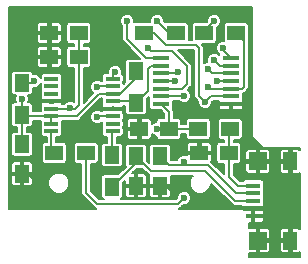
<source format=gbr>
G04 #@! TF.FileFunction,Copper,L2,Bot,Signal*
%FSLAX46Y46*%
G04 Gerber Fmt 4.6, Leading zero omitted, Abs format (unit mm)*
G04 Created by KiCad (PCBNEW 4.0.7) date 04/27/18 14:22:45*
%MOMM*%
%LPD*%
G01*
G04 APERTURE LIST*
%ADD10C,0.150000*%
%ADD11R,1.300000X0.450000*%
%ADD12R,1.500000X1.500000*%
%ADD13R,1.200000X1.500000*%
%ADD14R,1.500000X1.250000*%
%ADD15R,1.250000X1.500000*%
%ADD16R,1.500000X1.300000*%
%ADD17R,1.300000X1.500000*%
%ADD18R,1.200000X0.400000*%
%ADD19R,1.450000X0.450000*%
%ADD20C,0.600000*%
%ADD21C,0.200000*%
G04 APERTURE END LIST*
D10*
D11*
X129291000Y-125700000D03*
X129291000Y-126350000D03*
X129291000Y-127000000D03*
X129291000Y-127650000D03*
X129291000Y-128300000D03*
D12*
X129691000Y-123650000D03*
X129691000Y-130350000D03*
D13*
X132441000Y-123650000D03*
X132441000Y-130350000D03*
D14*
X114534000Y-114808000D03*
X112034000Y-114808000D03*
X127234000Y-122936000D03*
X124734000Y-122936000D03*
D15*
X119380000Y-123210000D03*
X119380000Y-125710000D03*
X121412000Y-123210000D03*
X121412000Y-125710000D03*
X109728000Y-122194000D03*
X109728000Y-124694000D03*
D14*
X114534000Y-112776000D03*
X112034000Y-112776000D03*
X119654000Y-120904000D03*
X122154000Y-120904000D03*
D16*
X124634000Y-120904000D03*
X127334000Y-120904000D03*
D17*
X117348000Y-123110000D03*
X117348000Y-125810000D03*
D16*
X112442000Y-122936000D03*
X115142000Y-122936000D03*
D17*
X119380000Y-115998000D03*
X119380000Y-118698000D03*
X109728000Y-119714000D03*
X109728000Y-117014000D03*
D16*
X122762000Y-112776000D03*
X120062000Y-112776000D03*
X125142000Y-112776000D03*
X127842000Y-112776000D03*
D18*
X117408000Y-116649500D03*
X117408000Y-117284500D03*
X117408000Y-117919500D03*
X117408000Y-118554500D03*
X117408000Y-119189500D03*
X117408000Y-119824500D03*
X117408000Y-120459500D03*
X117408000Y-121094500D03*
X112208000Y-121094500D03*
X112208000Y-120459500D03*
X112208000Y-119824500D03*
X112208000Y-119189500D03*
X112208000Y-118554500D03*
X112208000Y-117919500D03*
X112208000Y-117284500D03*
X112208000Y-116649500D03*
D19*
X121510000Y-118790000D03*
X121510000Y-118140000D03*
X121510000Y-117490000D03*
X121510000Y-116840000D03*
X121510000Y-116190000D03*
X121510000Y-115540000D03*
X121510000Y-114890000D03*
X127410000Y-114890000D03*
X127410000Y-115540000D03*
X127410000Y-116190000D03*
X127410000Y-116840000D03*
X127410000Y-117490000D03*
X127410000Y-118140000D03*
X127410000Y-118790000D03*
D20*
X113792000Y-119126000D03*
X121158000Y-120904000D03*
X110998000Y-125476000D03*
X117094000Y-124460000D03*
X122682000Y-126492000D03*
X123444000Y-123698000D03*
X123444000Y-126746000D03*
X109728000Y-118364000D03*
X122682000Y-116840000D03*
X121158000Y-111760000D03*
X125984000Y-111760000D03*
X126238000Y-116840000D03*
X120396000Y-114046000D03*
X125476000Y-115824000D03*
X126746000Y-114046000D03*
X125984000Y-115062000D03*
X118618000Y-111760000D03*
X123444000Y-118110000D03*
X125222000Y-118618000D03*
X125476000Y-117348000D03*
X110744000Y-116840000D03*
X117602000Y-116078000D03*
X122936000Y-116078000D03*
X116078000Y-119888000D03*
X116078000Y-117348000D03*
D21*
X113792000Y-119126000D02*
X113792000Y-119189500D01*
X113792000Y-119189500D02*
X113792000Y-119126000D01*
X113792000Y-119126000D02*
X113792000Y-119189500D01*
X114534000Y-112776000D02*
X114534000Y-114808000D01*
X114534000Y-114808000D02*
X114534000Y-118892000D01*
X114534000Y-118892000D02*
X114236500Y-119189500D01*
X114236500Y-119189500D02*
X113792000Y-119189500D01*
X113792000Y-119189500D02*
X112208000Y-119189500D01*
X122154000Y-120904000D02*
X121158000Y-120904000D01*
X122154000Y-120904000D02*
X124634000Y-120904000D01*
X121510000Y-118790000D02*
X122154000Y-119434000D01*
X122154000Y-119434000D02*
X122154000Y-120904000D01*
X110998000Y-125476000D02*
X110216000Y-124694000D01*
X110216000Y-124694000D02*
X109728000Y-124694000D01*
X121412000Y-125710000D02*
X121900000Y-125710000D01*
X121900000Y-125710000D02*
X122682000Y-126492000D01*
X127762000Y-127000000D02*
X129714000Y-127000000D01*
X125222000Y-124460000D02*
X127762000Y-127000000D01*
X120630000Y-124460000D02*
X125222000Y-124460000D01*
X119380000Y-123210000D02*
X120630000Y-124460000D01*
X117348000Y-125810000D02*
X119380000Y-123778000D01*
X119380000Y-123778000D02*
X119380000Y-123210000D01*
X129714000Y-126350000D02*
X127874000Y-126350000D01*
X127874000Y-126350000D02*
X125476000Y-123952000D01*
X123444000Y-126746000D02*
X122936000Y-127254000D01*
X122936000Y-127254000D02*
X121920000Y-127254000D01*
X115142000Y-122936000D02*
X115142000Y-126318000D01*
X116078000Y-127254000D02*
X121920000Y-127254000D01*
X115142000Y-126318000D02*
X116078000Y-127254000D01*
X123444000Y-123698000D02*
X123444000Y-123952000D01*
X122154000Y-123952000D02*
X121412000Y-123210000D01*
X125476000Y-123952000D02*
X123444000Y-123952000D01*
X123444000Y-123952000D02*
X122154000Y-123952000D01*
X112208000Y-120459500D02*
X112208000Y-119824500D01*
X109728000Y-119714000D02*
X109728000Y-118364000D01*
X117408000Y-117919500D02*
X118046500Y-117919500D01*
X118046500Y-117919500D02*
X119380000Y-116586000D01*
X119380000Y-116586000D02*
X119380000Y-115998000D01*
X112208000Y-119824500D02*
X114363500Y-119824500D01*
X116268500Y-117919500D02*
X117408000Y-117919500D01*
X114363500Y-119824500D02*
X116268500Y-117919500D01*
X109728000Y-122194000D02*
X109728000Y-119714000D01*
X109728000Y-119714000D02*
X109838500Y-119824500D01*
X109838500Y-119824500D02*
X112208000Y-119824500D01*
X122682000Y-116840000D02*
X121510000Y-116840000D01*
X122762000Y-112776000D02*
X122174000Y-112776000D01*
X122174000Y-112776000D02*
X121158000Y-111760000D01*
X125142000Y-112776000D02*
X125142000Y-112602000D01*
X125142000Y-112602000D02*
X125984000Y-111760000D01*
X125142000Y-112776000D02*
X125396000Y-112522000D01*
X127410000Y-116840000D02*
X126238000Y-116840000D01*
X121510000Y-117490000D02*
X123302000Y-117490000D01*
X120650000Y-114300000D02*
X120396000Y-114046000D01*
X122428000Y-114300000D02*
X120650000Y-114300000D01*
X123698000Y-115570000D02*
X122428000Y-114300000D01*
X123698000Y-117094000D02*
X123698000Y-115570000D01*
X123302000Y-117490000D02*
X123698000Y-117094000D01*
X127410000Y-116190000D02*
X125842000Y-116190000D01*
X125842000Y-116190000D02*
X125476000Y-115824000D01*
X126746000Y-114226000D02*
X127410000Y-114890000D01*
X126746000Y-114046000D02*
X126746000Y-114226000D01*
X127410000Y-115540000D02*
X126462000Y-115540000D01*
X126462000Y-115540000D02*
X125984000Y-115062000D01*
X121510000Y-114890000D02*
X120224000Y-114890000D01*
X118618000Y-113284000D02*
X118618000Y-111760000D01*
X120224000Y-114890000D02*
X118618000Y-113284000D01*
X123414000Y-118140000D02*
X123444000Y-118110000D01*
X123414000Y-118140000D02*
X121510000Y-118140000D01*
X127410000Y-118140000D02*
X125700000Y-118140000D01*
X125700000Y-118140000D02*
X125222000Y-118618000D01*
X124714000Y-118110000D02*
X125222000Y-118618000D01*
X121920000Y-113792000D02*
X124460000Y-113792000D01*
X124460000Y-113792000D02*
X124714000Y-114046000D01*
X124714000Y-114046000D02*
X124714000Y-116586000D01*
X120904000Y-112776000D02*
X120062000Y-112776000D01*
X124714000Y-118110000D02*
X124714000Y-116586000D01*
X120904000Y-112776000D02*
X121920000Y-113792000D01*
X125476000Y-117348000D02*
X125618000Y-117490000D01*
X127410000Y-117490000D02*
X125618000Y-117490000D01*
X127410000Y-117490000D02*
X128382000Y-117490000D01*
X128524000Y-113458000D02*
X127842000Y-112776000D01*
X128524000Y-117348000D02*
X128524000Y-113458000D01*
X128382000Y-117490000D02*
X128524000Y-117348000D01*
X117348000Y-123110000D02*
X117348000Y-121154500D01*
X117348000Y-121154500D02*
X117408000Y-121094500D01*
X112208000Y-121094500D02*
X112208000Y-122702000D01*
X112208000Y-122702000D02*
X112442000Y-122936000D01*
X119380000Y-118698000D02*
X120396000Y-117682000D01*
X120680000Y-115540000D02*
X121510000Y-115540000D01*
X120396000Y-115824000D02*
X120680000Y-115540000D01*
X120396000Y-117682000D02*
X120396000Y-115824000D01*
X117408000Y-118554500D02*
X119236500Y-118554500D01*
X119236500Y-118554500D02*
X119380000Y-118698000D01*
X110570000Y-117014000D02*
X109728000Y-117014000D01*
X110744000Y-116840000D02*
X110570000Y-117014000D01*
X121510000Y-116190000D02*
X122824000Y-116190000D01*
X117408000Y-116272000D02*
X117408000Y-116649500D01*
X117602000Y-116078000D02*
X117408000Y-116272000D01*
X122824000Y-116190000D02*
X122936000Y-116078000D01*
X117408000Y-117284500D02*
X116141500Y-117284500D01*
X116141500Y-119824500D02*
X117408000Y-119824500D01*
X116078000Y-119888000D02*
X116141500Y-119824500D01*
X116141500Y-117284500D02*
X116078000Y-117348000D01*
X129714000Y-125700000D02*
X127986000Y-125700000D01*
X127986000Y-125700000D02*
X127234000Y-124948000D01*
X127234000Y-124948000D02*
X127234000Y-122936000D01*
X127234000Y-122936000D02*
X127234000Y-121004000D01*
X127234000Y-121004000D02*
X127334000Y-120904000D01*
X127234000Y-123170000D02*
X127234000Y-122936000D01*
G36*
X129165000Y-121412000D02*
X129193545Y-121555507D01*
X129274835Y-121677165D01*
X130036835Y-122439165D01*
X130158494Y-122520455D01*
X130302000Y-122549000D01*
X133229000Y-122549000D01*
X133229000Y-122663736D01*
X133210936Y-122645672D01*
X133100673Y-122600000D01*
X132616000Y-122600000D01*
X132541000Y-122675000D01*
X132541000Y-123550000D01*
X132561000Y-123550000D01*
X132561000Y-123750000D01*
X132541000Y-123750000D01*
X132541000Y-124625000D01*
X132616000Y-124700000D01*
X133100673Y-124700000D01*
X133210936Y-124654328D01*
X133229000Y-124636264D01*
X133229000Y-129363736D01*
X133210936Y-129345672D01*
X133100673Y-129300000D01*
X132616000Y-129300000D01*
X132541000Y-129375000D01*
X132541000Y-130250000D01*
X132561000Y-130250000D01*
X132561000Y-130450000D01*
X132541000Y-130450000D01*
X132541000Y-131325000D01*
X132616000Y-131400000D01*
X133100673Y-131400000D01*
X133210936Y-131354328D01*
X133229000Y-131336264D01*
X133229000Y-131705000D01*
X128899000Y-131705000D01*
X128899000Y-131400000D01*
X129516000Y-131400000D01*
X129591000Y-131325000D01*
X129591000Y-130450000D01*
X129791000Y-130450000D01*
X129791000Y-131325000D01*
X129866000Y-131400000D01*
X130500673Y-131400000D01*
X130610936Y-131354328D01*
X130695328Y-131269937D01*
X130741000Y-131159674D01*
X130741000Y-130525000D01*
X131541000Y-130525000D01*
X131541000Y-131159674D01*
X131586672Y-131269937D01*
X131671064Y-131354328D01*
X131781327Y-131400000D01*
X132266000Y-131400000D01*
X132341000Y-131325000D01*
X132341000Y-130450000D01*
X131616000Y-130450000D01*
X131541000Y-130525000D01*
X130741000Y-130525000D01*
X130666000Y-130450000D01*
X129791000Y-130450000D01*
X129591000Y-130450000D01*
X129571000Y-130450000D01*
X129571000Y-130250000D01*
X129591000Y-130250000D01*
X129591000Y-129375000D01*
X129791000Y-129375000D01*
X129791000Y-130250000D01*
X130666000Y-130250000D01*
X130741000Y-130175000D01*
X130741000Y-129540326D01*
X131541000Y-129540326D01*
X131541000Y-130175000D01*
X131616000Y-130250000D01*
X132341000Y-130250000D01*
X132341000Y-129375000D01*
X132266000Y-129300000D01*
X131781327Y-129300000D01*
X131671064Y-129345672D01*
X131586672Y-129430063D01*
X131541000Y-129540326D01*
X130741000Y-129540326D01*
X130695328Y-129430063D01*
X130610936Y-129345672D01*
X130500673Y-129300000D01*
X129866000Y-129300000D01*
X129791000Y-129375000D01*
X129591000Y-129375000D01*
X129516000Y-129300000D01*
X128899000Y-129300000D01*
X128899000Y-128825000D01*
X129116000Y-128825000D01*
X129191000Y-128750000D01*
X129191000Y-128400000D01*
X129391000Y-128400000D01*
X129391000Y-128750000D01*
X129466000Y-128825000D01*
X130000673Y-128825000D01*
X130110936Y-128779328D01*
X130195328Y-128694937D01*
X130241000Y-128584674D01*
X130241000Y-128475000D01*
X130166000Y-128400000D01*
X129391000Y-128400000D01*
X129191000Y-128400000D01*
X129171000Y-128400000D01*
X129171000Y-128200000D01*
X129191000Y-128200000D01*
X129191000Y-127750000D01*
X129391000Y-127750000D01*
X129391000Y-128200000D01*
X130166000Y-128200000D01*
X130241000Y-128125000D01*
X130241000Y-128015326D01*
X130224297Y-127975000D01*
X130241000Y-127934674D01*
X130241000Y-127825000D01*
X130166000Y-127750000D01*
X129391000Y-127750000D01*
X129191000Y-127750000D01*
X128533915Y-127750000D01*
X128413507Y-127669545D01*
X128270000Y-127641000D01*
X123001356Y-127641000D01*
X123089074Y-127623552D01*
X123218843Y-127536843D01*
X123409715Y-127345971D01*
X123562824Y-127346104D01*
X123783429Y-127254952D01*
X123952359Y-127086317D01*
X124043896Y-126865871D01*
X124044104Y-126627176D01*
X123952952Y-126406571D01*
X123784317Y-126237641D01*
X123563871Y-126146104D01*
X123325176Y-126145896D01*
X123104571Y-126237048D01*
X122935641Y-126405683D01*
X122844104Y-126626129D01*
X122843970Y-126780345D01*
X122770314Y-126854000D01*
X118061120Y-126854000D01*
X118109173Y-126844958D01*
X118211279Y-126779255D01*
X118279778Y-126679003D01*
X118303877Y-126560000D01*
X118303877Y-125885000D01*
X118455000Y-125885000D01*
X118455000Y-126519674D01*
X118500672Y-126629937D01*
X118585064Y-126714328D01*
X118695327Y-126760000D01*
X119205000Y-126760000D01*
X119280000Y-126685000D01*
X119280000Y-125810000D01*
X119480000Y-125810000D01*
X119480000Y-126685000D01*
X119555000Y-126760000D01*
X120064673Y-126760000D01*
X120174936Y-126714328D01*
X120259328Y-126629937D01*
X120305000Y-126519674D01*
X120305000Y-125885000D01*
X120487000Y-125885000D01*
X120487000Y-126519674D01*
X120532672Y-126629937D01*
X120617064Y-126714328D01*
X120727327Y-126760000D01*
X121237000Y-126760000D01*
X121312000Y-126685000D01*
X121312000Y-125810000D01*
X121512000Y-125810000D01*
X121512000Y-126685000D01*
X121587000Y-126760000D01*
X122096673Y-126760000D01*
X122206936Y-126714328D01*
X122291328Y-126629937D01*
X122337000Y-126519674D01*
X122337000Y-125885000D01*
X122262000Y-125810000D01*
X121512000Y-125810000D01*
X121312000Y-125810000D01*
X120562000Y-125810000D01*
X120487000Y-125885000D01*
X120305000Y-125885000D01*
X120230000Y-125810000D01*
X119480000Y-125810000D01*
X119280000Y-125810000D01*
X118530000Y-125810000D01*
X118455000Y-125885000D01*
X118303877Y-125885000D01*
X118303877Y-125419809D01*
X118455000Y-125268686D01*
X118455000Y-125535000D01*
X118530000Y-125610000D01*
X119280000Y-125610000D01*
X119280000Y-124735000D01*
X119480000Y-124735000D01*
X119480000Y-125610000D01*
X120230000Y-125610000D01*
X120305000Y-125535000D01*
X120305000Y-124900326D01*
X120259328Y-124790063D01*
X120174936Y-124705672D01*
X120064673Y-124660000D01*
X119555000Y-124660000D01*
X119480000Y-124735000D01*
X119280000Y-124735000D01*
X119205000Y-124660000D01*
X119063686Y-124660000D01*
X119457809Y-124265877D01*
X119870191Y-124265877D01*
X120347157Y-124742843D01*
X120476926Y-124829552D01*
X120513317Y-124836791D01*
X120487000Y-124900326D01*
X120487000Y-125535000D01*
X120562000Y-125610000D01*
X121312000Y-125610000D01*
X121312000Y-125590000D01*
X121512000Y-125590000D01*
X121512000Y-125610000D01*
X122262000Y-125610000D01*
X122337000Y-125535000D01*
X122337000Y-124900326D01*
X122320297Y-124860000D01*
X124183199Y-124860000D01*
X124061462Y-124981525D01*
X123924157Y-125312194D01*
X123923844Y-125670236D01*
X124060572Y-126001143D01*
X124313525Y-126254538D01*
X124644194Y-126391843D01*
X125002236Y-126392156D01*
X125333143Y-126255428D01*
X125586538Y-126002475D01*
X125723843Y-125671806D01*
X125723969Y-125527655D01*
X127479155Y-127282840D01*
X127479157Y-127282843D01*
X127608927Y-127369552D01*
X127762000Y-127400000D01*
X128341000Y-127400000D01*
X128341000Y-127475000D01*
X128416000Y-127550000D01*
X129191000Y-127550000D01*
X129191000Y-127530877D01*
X129391000Y-127530877D01*
X129391000Y-127550000D01*
X130166000Y-127550000D01*
X130241000Y-127475000D01*
X130241000Y-127365326D01*
X130225861Y-127328778D01*
X130246877Y-127225000D01*
X130246877Y-126775000D01*
X130227370Y-126671329D01*
X130246877Y-126575000D01*
X130246877Y-126125000D01*
X130227370Y-126021329D01*
X130246877Y-125925000D01*
X130246877Y-125475000D01*
X130225958Y-125363827D01*
X130160255Y-125261721D01*
X130060003Y-125193222D01*
X129941000Y-125169123D01*
X128641000Y-125169123D01*
X128529827Y-125190042D01*
X128427721Y-125255745D01*
X128397483Y-125300000D01*
X128151685Y-125300000D01*
X127634000Y-124782314D01*
X127634000Y-123866877D01*
X127984000Y-123866877D01*
X128095173Y-123845958D01*
X128127742Y-123825000D01*
X128641000Y-123825000D01*
X128641000Y-124459674D01*
X128686672Y-124569937D01*
X128771064Y-124654328D01*
X128881327Y-124700000D01*
X129516000Y-124700000D01*
X129591000Y-124625000D01*
X129591000Y-123750000D01*
X129791000Y-123750000D01*
X129791000Y-124625000D01*
X129866000Y-124700000D01*
X130500673Y-124700000D01*
X130610936Y-124654328D01*
X130695328Y-124569937D01*
X130741000Y-124459674D01*
X130741000Y-123825000D01*
X131541000Y-123825000D01*
X131541000Y-124459674D01*
X131586672Y-124569937D01*
X131671064Y-124654328D01*
X131781327Y-124700000D01*
X132266000Y-124700000D01*
X132341000Y-124625000D01*
X132341000Y-123750000D01*
X131616000Y-123750000D01*
X131541000Y-123825000D01*
X130741000Y-123825000D01*
X130666000Y-123750000D01*
X129791000Y-123750000D01*
X129591000Y-123750000D01*
X128716000Y-123750000D01*
X128641000Y-123825000D01*
X128127742Y-123825000D01*
X128197279Y-123780255D01*
X128265778Y-123680003D01*
X128289877Y-123561000D01*
X128289877Y-122840326D01*
X128641000Y-122840326D01*
X128641000Y-123475000D01*
X128716000Y-123550000D01*
X129591000Y-123550000D01*
X129591000Y-122675000D01*
X129791000Y-122675000D01*
X129791000Y-123550000D01*
X130666000Y-123550000D01*
X130741000Y-123475000D01*
X130741000Y-122840326D01*
X131541000Y-122840326D01*
X131541000Y-123475000D01*
X131616000Y-123550000D01*
X132341000Y-123550000D01*
X132341000Y-122675000D01*
X132266000Y-122600000D01*
X131781327Y-122600000D01*
X131671064Y-122645672D01*
X131586672Y-122730063D01*
X131541000Y-122840326D01*
X130741000Y-122840326D01*
X130695328Y-122730063D01*
X130610936Y-122645672D01*
X130500673Y-122600000D01*
X129866000Y-122600000D01*
X129791000Y-122675000D01*
X129591000Y-122675000D01*
X129516000Y-122600000D01*
X128881327Y-122600000D01*
X128771064Y-122645672D01*
X128686672Y-122730063D01*
X128641000Y-122840326D01*
X128289877Y-122840326D01*
X128289877Y-122311000D01*
X128268958Y-122199827D01*
X128203255Y-122097721D01*
X128103003Y-122029222D01*
X127984000Y-122005123D01*
X127634000Y-122005123D01*
X127634000Y-121859877D01*
X128084000Y-121859877D01*
X128195173Y-121838958D01*
X128297279Y-121773255D01*
X128365778Y-121673003D01*
X128389877Y-121554000D01*
X128389877Y-120254000D01*
X128368958Y-120142827D01*
X128303255Y-120040721D01*
X128203003Y-119972222D01*
X128084000Y-119948123D01*
X126584000Y-119948123D01*
X126472827Y-119969042D01*
X126370721Y-120034745D01*
X126302222Y-120134997D01*
X126278123Y-120254000D01*
X126278123Y-121554000D01*
X126299042Y-121665173D01*
X126364745Y-121767279D01*
X126464997Y-121835778D01*
X126584000Y-121859877D01*
X126834000Y-121859877D01*
X126834000Y-122005123D01*
X126484000Y-122005123D01*
X126372827Y-122026042D01*
X126270721Y-122091745D01*
X126202222Y-122191997D01*
X126178123Y-122311000D01*
X126178123Y-123561000D01*
X126199042Y-123672173D01*
X126264745Y-123774279D01*
X126364997Y-123842778D01*
X126484000Y-123866877D01*
X126834000Y-123866877D01*
X126834000Y-124744314D01*
X125762431Y-123672745D01*
X125784000Y-123620673D01*
X125784000Y-123111000D01*
X125709000Y-123036000D01*
X124834000Y-123036000D01*
X124834000Y-123056000D01*
X124634000Y-123056000D01*
X124634000Y-123036000D01*
X123759000Y-123036000D01*
X123684000Y-123111000D01*
X123684000Y-123147986D01*
X123563871Y-123098104D01*
X123325176Y-123097896D01*
X123104571Y-123189048D01*
X122935641Y-123357683D01*
X122854954Y-123552000D01*
X122342877Y-123552000D01*
X122342877Y-122460000D01*
X122321958Y-122348827D01*
X122259219Y-122251327D01*
X123684000Y-122251327D01*
X123684000Y-122761000D01*
X123759000Y-122836000D01*
X124634000Y-122836000D01*
X124634000Y-122086000D01*
X124834000Y-122086000D01*
X124834000Y-122836000D01*
X125709000Y-122836000D01*
X125784000Y-122761000D01*
X125784000Y-122251327D01*
X125738328Y-122141064D01*
X125653937Y-122056672D01*
X125543674Y-122011000D01*
X124909000Y-122011000D01*
X124834000Y-122086000D01*
X124634000Y-122086000D01*
X124559000Y-122011000D01*
X123924326Y-122011000D01*
X123814063Y-122056672D01*
X123729672Y-122141064D01*
X123684000Y-122251327D01*
X122259219Y-122251327D01*
X122256255Y-122246721D01*
X122156003Y-122178222D01*
X122037000Y-122154123D01*
X120787000Y-122154123D01*
X120675827Y-122175042D01*
X120573721Y-122240745D01*
X120505222Y-122340997D01*
X120481123Y-122460000D01*
X120481123Y-123745437D01*
X120310877Y-123575191D01*
X120310877Y-122460000D01*
X120289958Y-122348827D01*
X120224255Y-122246721D01*
X120124003Y-122178222D01*
X120005000Y-122154123D01*
X118755000Y-122154123D01*
X118643827Y-122175042D01*
X118541721Y-122240745D01*
X118473222Y-122340997D01*
X118449123Y-122460000D01*
X118449123Y-123960000D01*
X118470042Y-124071173D01*
X118490049Y-124102265D01*
X117838191Y-124754123D01*
X116698000Y-124754123D01*
X116586827Y-124775042D01*
X116484721Y-124840745D01*
X116416222Y-124940997D01*
X116392123Y-125060000D01*
X116392123Y-126560000D01*
X116413042Y-126671173D01*
X116478745Y-126773279D01*
X116578997Y-126841778D01*
X116639350Y-126854000D01*
X116243686Y-126854000D01*
X115542000Y-126152314D01*
X115542000Y-123891877D01*
X115892000Y-123891877D01*
X116003173Y-123870958D01*
X116105279Y-123805255D01*
X116173778Y-123705003D01*
X116197877Y-123586000D01*
X116197877Y-122286000D01*
X116176958Y-122174827D01*
X116111255Y-122072721D01*
X116011003Y-122004222D01*
X115892000Y-121980123D01*
X114392000Y-121980123D01*
X114280827Y-122001042D01*
X114178721Y-122066745D01*
X114110222Y-122166997D01*
X114086123Y-122286000D01*
X114086123Y-123586000D01*
X114107042Y-123697173D01*
X114172745Y-123799279D01*
X114272997Y-123867778D01*
X114392000Y-123891877D01*
X114742000Y-123891877D01*
X114742000Y-126318000D01*
X114772448Y-126471074D01*
X114859157Y-126600843D01*
X115795157Y-127536843D01*
X115924926Y-127623552D01*
X116012644Y-127641000D01*
X108579000Y-127641000D01*
X108579000Y-124869000D01*
X108803000Y-124869000D01*
X108803000Y-125503674D01*
X108848672Y-125613937D01*
X108933064Y-125698328D01*
X109043327Y-125744000D01*
X109553000Y-125744000D01*
X109628000Y-125669000D01*
X109628000Y-124794000D01*
X109828000Y-124794000D01*
X109828000Y-125669000D01*
X109903000Y-125744000D01*
X110412673Y-125744000D01*
X110522936Y-125698328D01*
X110551028Y-125670236D01*
X111923844Y-125670236D01*
X112060572Y-126001143D01*
X112313525Y-126254538D01*
X112644194Y-126391843D01*
X113002236Y-126392156D01*
X113333143Y-126255428D01*
X113586538Y-126002475D01*
X113723843Y-125671806D01*
X113724156Y-125313764D01*
X113587428Y-124982857D01*
X113334475Y-124729462D01*
X113003806Y-124592157D01*
X112645764Y-124591844D01*
X112314857Y-124728572D01*
X112061462Y-124981525D01*
X111924157Y-125312194D01*
X111923844Y-125670236D01*
X110551028Y-125670236D01*
X110607328Y-125613937D01*
X110653000Y-125503674D01*
X110653000Y-124869000D01*
X110578000Y-124794000D01*
X109828000Y-124794000D01*
X109628000Y-124794000D01*
X108878000Y-124794000D01*
X108803000Y-124869000D01*
X108579000Y-124869000D01*
X108579000Y-123884326D01*
X108803000Y-123884326D01*
X108803000Y-124519000D01*
X108878000Y-124594000D01*
X109628000Y-124594000D01*
X109628000Y-123719000D01*
X109828000Y-123719000D01*
X109828000Y-124594000D01*
X110578000Y-124594000D01*
X110653000Y-124519000D01*
X110653000Y-123884326D01*
X110607328Y-123774063D01*
X110522936Y-123689672D01*
X110412673Y-123644000D01*
X109903000Y-123644000D01*
X109828000Y-123719000D01*
X109628000Y-123719000D01*
X109553000Y-123644000D01*
X109043327Y-123644000D01*
X108933064Y-123689672D01*
X108848672Y-123774063D01*
X108803000Y-123884326D01*
X108579000Y-123884326D01*
X108579000Y-116264000D01*
X108772123Y-116264000D01*
X108772123Y-117764000D01*
X108793042Y-117875173D01*
X108858745Y-117977279D01*
X108958997Y-118045778D01*
X109078000Y-118069877D01*
X109200460Y-118069877D01*
X109128104Y-118244129D01*
X109127896Y-118482824D01*
X109200328Y-118658123D01*
X109078000Y-118658123D01*
X108966827Y-118679042D01*
X108864721Y-118744745D01*
X108796222Y-118844997D01*
X108772123Y-118964000D01*
X108772123Y-120464000D01*
X108793042Y-120575173D01*
X108858745Y-120677279D01*
X108958997Y-120745778D01*
X109078000Y-120769877D01*
X109328000Y-120769877D01*
X109328000Y-121138123D01*
X109103000Y-121138123D01*
X108991827Y-121159042D01*
X108889721Y-121224745D01*
X108821222Y-121324997D01*
X108797123Y-121444000D01*
X108797123Y-122944000D01*
X108818042Y-123055173D01*
X108883745Y-123157279D01*
X108983997Y-123225778D01*
X109103000Y-123249877D01*
X110353000Y-123249877D01*
X110464173Y-123228958D01*
X110566279Y-123163255D01*
X110634778Y-123063003D01*
X110658877Y-122944000D01*
X110658877Y-121444000D01*
X110637958Y-121332827D01*
X110572255Y-121230721D01*
X110472003Y-121162222D01*
X110353000Y-121138123D01*
X110128000Y-121138123D01*
X110128000Y-120769877D01*
X110378000Y-120769877D01*
X110489173Y-120748958D01*
X110591279Y-120683255D01*
X110659778Y-120583003D01*
X110683877Y-120464000D01*
X110683877Y-120224500D01*
X111309211Y-120224500D01*
X111302123Y-120259500D01*
X111302123Y-120659500D01*
X111323042Y-120770673D01*
X111326204Y-120775587D01*
X111302123Y-120894500D01*
X111302123Y-121294500D01*
X111323042Y-121405673D01*
X111388745Y-121507779D01*
X111488997Y-121576278D01*
X111608000Y-121600377D01*
X111808000Y-121600377D01*
X111808000Y-121980123D01*
X111692000Y-121980123D01*
X111580827Y-122001042D01*
X111478721Y-122066745D01*
X111410222Y-122166997D01*
X111386123Y-122286000D01*
X111386123Y-123586000D01*
X111407042Y-123697173D01*
X111472745Y-123799279D01*
X111572997Y-123867778D01*
X111692000Y-123891877D01*
X113192000Y-123891877D01*
X113303173Y-123870958D01*
X113405279Y-123805255D01*
X113473778Y-123705003D01*
X113497877Y-123586000D01*
X113497877Y-122286000D01*
X113476958Y-122174827D01*
X113411255Y-122072721D01*
X113311003Y-122004222D01*
X113192000Y-121980123D01*
X112608000Y-121980123D01*
X112608000Y-121600377D01*
X112808000Y-121600377D01*
X112919173Y-121579458D01*
X113021279Y-121513755D01*
X113089778Y-121413503D01*
X113113877Y-121294500D01*
X113113877Y-120894500D01*
X113092958Y-120783327D01*
X113089796Y-120778413D01*
X113113877Y-120659500D01*
X113113877Y-120259500D01*
X113107291Y-120224500D01*
X114363500Y-120224500D01*
X114516574Y-120194052D01*
X114646343Y-120107343D01*
X114746862Y-120006824D01*
X115477896Y-120006824D01*
X115569048Y-120227429D01*
X115737683Y-120396359D01*
X115958129Y-120487896D01*
X116196824Y-120488104D01*
X116417429Y-120396952D01*
X116502123Y-120312406D01*
X116502123Y-120659500D01*
X116523042Y-120770673D01*
X116526204Y-120775587D01*
X116502123Y-120894500D01*
X116502123Y-121294500D01*
X116523042Y-121405673D01*
X116588745Y-121507779D01*
X116688997Y-121576278D01*
X116808000Y-121600377D01*
X116948000Y-121600377D01*
X116948000Y-122054123D01*
X116698000Y-122054123D01*
X116586827Y-122075042D01*
X116484721Y-122140745D01*
X116416222Y-122240997D01*
X116392123Y-122360000D01*
X116392123Y-123860000D01*
X116413042Y-123971173D01*
X116478745Y-124073279D01*
X116578997Y-124141778D01*
X116698000Y-124165877D01*
X117998000Y-124165877D01*
X118109173Y-124144958D01*
X118211279Y-124079255D01*
X118279778Y-123979003D01*
X118303877Y-123860000D01*
X118303877Y-122360000D01*
X118282958Y-122248827D01*
X118217255Y-122146721D01*
X118117003Y-122078222D01*
X117998000Y-122054123D01*
X117748000Y-122054123D01*
X117748000Y-121600377D01*
X118008000Y-121600377D01*
X118119173Y-121579458D01*
X118221279Y-121513755D01*
X118289778Y-121413503D01*
X118313877Y-121294500D01*
X118313877Y-121079000D01*
X118604000Y-121079000D01*
X118604000Y-121588673D01*
X118649672Y-121698936D01*
X118734063Y-121783328D01*
X118844326Y-121829000D01*
X119479000Y-121829000D01*
X119554000Y-121754000D01*
X119554000Y-121004000D01*
X118679000Y-121004000D01*
X118604000Y-121079000D01*
X118313877Y-121079000D01*
X118313877Y-120894500D01*
X118292958Y-120783327D01*
X118289796Y-120778413D01*
X118313877Y-120659500D01*
X118313877Y-120259500D01*
X118306318Y-120219327D01*
X118604000Y-120219327D01*
X118604000Y-120729000D01*
X118679000Y-120804000D01*
X119554000Y-120804000D01*
X119554000Y-120054000D01*
X119479000Y-119979000D01*
X118844326Y-119979000D01*
X118734063Y-120024672D01*
X118649672Y-120109064D01*
X118604000Y-120219327D01*
X118306318Y-120219327D01*
X118292958Y-120148327D01*
X118289796Y-120143413D01*
X118313877Y-120024500D01*
X118313877Y-119624500D01*
X118292958Y-119513327D01*
X118285943Y-119502425D01*
X118308000Y-119449173D01*
X118308000Y-119364500D01*
X118233000Y-119289500D01*
X117508000Y-119289500D01*
X117508000Y-119309500D01*
X117308000Y-119309500D01*
X117308000Y-119289500D01*
X116583000Y-119289500D01*
X116508000Y-119364500D01*
X116508000Y-119424500D01*
X116463098Y-119424500D01*
X116418317Y-119379641D01*
X116197871Y-119288104D01*
X115959176Y-119287896D01*
X115738571Y-119379048D01*
X115569641Y-119547683D01*
X115478104Y-119768129D01*
X115477896Y-120006824D01*
X114746862Y-120006824D01*
X116434186Y-118319500D01*
X116509211Y-118319500D01*
X116502123Y-118354500D01*
X116502123Y-118754500D01*
X116523042Y-118865673D01*
X116530057Y-118876575D01*
X116508000Y-118929827D01*
X116508000Y-119014500D01*
X116583000Y-119089500D01*
X117308000Y-119089500D01*
X117308000Y-119069500D01*
X117508000Y-119069500D01*
X117508000Y-119089500D01*
X118233000Y-119089500D01*
X118308000Y-119014500D01*
X118308000Y-118954500D01*
X118424123Y-118954500D01*
X118424123Y-119448000D01*
X118445042Y-119559173D01*
X118510745Y-119661279D01*
X118610997Y-119729778D01*
X118730000Y-119753877D01*
X120030000Y-119753877D01*
X120141173Y-119732958D01*
X120243279Y-119667255D01*
X120311778Y-119567003D01*
X120335877Y-119448000D01*
X120335877Y-118307809D01*
X120479123Y-118164563D01*
X120479123Y-118365000D01*
X120498630Y-118468671D01*
X120479123Y-118565000D01*
X120479123Y-119015000D01*
X120500042Y-119126173D01*
X120565745Y-119228279D01*
X120665997Y-119296778D01*
X120785000Y-119320877D01*
X121475191Y-119320877D01*
X121754000Y-119599685D01*
X121754000Y-119973123D01*
X121404000Y-119973123D01*
X121292827Y-119994042D01*
X121190721Y-120059745D01*
X121122222Y-120159997D01*
X121098123Y-120279000D01*
X121098123Y-120303947D01*
X121039176Y-120303896D01*
X120818571Y-120395048D01*
X120704000Y-120509419D01*
X120704000Y-120219327D01*
X120658328Y-120109064D01*
X120573937Y-120024672D01*
X120463674Y-119979000D01*
X119829000Y-119979000D01*
X119754000Y-120054000D01*
X119754000Y-120804000D01*
X119774000Y-120804000D01*
X119774000Y-121004000D01*
X119754000Y-121004000D01*
X119754000Y-121754000D01*
X119829000Y-121829000D01*
X120463674Y-121829000D01*
X120573937Y-121783328D01*
X120658328Y-121698936D01*
X120704000Y-121588673D01*
X120704000Y-121298477D01*
X120817683Y-121412359D01*
X121038129Y-121503896D01*
X121098123Y-121503948D01*
X121098123Y-121529000D01*
X121119042Y-121640173D01*
X121184745Y-121742279D01*
X121284997Y-121810778D01*
X121404000Y-121834877D01*
X122904000Y-121834877D01*
X123015173Y-121813958D01*
X123117279Y-121748255D01*
X123185778Y-121648003D01*
X123209877Y-121529000D01*
X123209877Y-121304000D01*
X123578123Y-121304000D01*
X123578123Y-121554000D01*
X123599042Y-121665173D01*
X123664745Y-121767279D01*
X123764997Y-121835778D01*
X123884000Y-121859877D01*
X125384000Y-121859877D01*
X125495173Y-121838958D01*
X125597279Y-121773255D01*
X125665778Y-121673003D01*
X125689877Y-121554000D01*
X125689877Y-120254000D01*
X125668958Y-120142827D01*
X125603255Y-120040721D01*
X125503003Y-119972222D01*
X125384000Y-119948123D01*
X123884000Y-119948123D01*
X123772827Y-119969042D01*
X123670721Y-120034745D01*
X123602222Y-120134997D01*
X123578123Y-120254000D01*
X123578123Y-120504000D01*
X123209877Y-120504000D01*
X123209877Y-120279000D01*
X123188958Y-120167827D01*
X123123255Y-120065721D01*
X123023003Y-119997222D01*
X122904000Y-119973123D01*
X122554000Y-119973123D01*
X122554000Y-119434005D01*
X122554001Y-119434000D01*
X122523552Y-119280927D01*
X122499429Y-119244824D01*
X122470569Y-119201632D01*
X122516778Y-119134003D01*
X122540877Y-119015000D01*
X122540877Y-118565000D01*
X122536173Y-118540000D01*
X123025461Y-118540000D01*
X123103683Y-118618359D01*
X123324129Y-118709896D01*
X123562824Y-118710104D01*
X123783429Y-118618952D01*
X123952359Y-118450317D01*
X124043896Y-118229871D01*
X124044104Y-117991176D01*
X123952952Y-117770571D01*
X123784317Y-117601641D01*
X123764340Y-117593346D01*
X123980840Y-117376845D01*
X123980843Y-117376843D01*
X124067552Y-117247073D01*
X124071320Y-117228129D01*
X124098001Y-117094000D01*
X124098000Y-117093995D01*
X124098000Y-115570000D01*
X124079721Y-115478104D01*
X124067552Y-115416926D01*
X123980843Y-115287157D01*
X122885686Y-114192000D01*
X124294314Y-114192000D01*
X124314000Y-114211686D01*
X124314000Y-118110000D01*
X124344448Y-118263074D01*
X124431157Y-118392843D01*
X124622029Y-118583715D01*
X124621896Y-118736824D01*
X124713048Y-118957429D01*
X124881683Y-119126359D01*
X125102129Y-119217896D01*
X125340824Y-119218104D01*
X125561429Y-119126952D01*
X125723664Y-118965000D01*
X126385000Y-118965000D01*
X126385000Y-119074673D01*
X126430672Y-119184936D01*
X126515063Y-119269328D01*
X126625326Y-119315000D01*
X127235000Y-119315000D01*
X127310000Y-119240000D01*
X127310000Y-118890000D01*
X127510000Y-118890000D01*
X127510000Y-119240000D01*
X127585000Y-119315000D01*
X128194674Y-119315000D01*
X128304937Y-119269328D01*
X128389328Y-119184936D01*
X128435000Y-119074673D01*
X128435000Y-118965000D01*
X128360000Y-118890000D01*
X127510000Y-118890000D01*
X127310000Y-118890000D01*
X126460000Y-118890000D01*
X126385000Y-118965000D01*
X125723664Y-118965000D01*
X125730359Y-118958317D01*
X125821896Y-118737871D01*
X125822030Y-118583656D01*
X125865686Y-118540000D01*
X126385000Y-118540000D01*
X126385000Y-118615000D01*
X126460000Y-118690000D01*
X127310000Y-118690000D01*
X127310000Y-118670877D01*
X127510000Y-118670877D01*
X127510000Y-118690000D01*
X128360000Y-118690000D01*
X128435000Y-118615000D01*
X128435000Y-118505327D01*
X128419861Y-118468778D01*
X128440877Y-118365000D01*
X128440877Y-117915000D01*
X128434218Y-117879613D01*
X128535074Y-117859552D01*
X128664843Y-117772843D01*
X128806840Y-117630845D01*
X128806843Y-117630843D01*
X128893552Y-117501073D01*
X128924000Y-117348000D01*
X128924000Y-113458005D01*
X128924001Y-113458000D01*
X128897877Y-113326669D01*
X128897877Y-112126000D01*
X128876958Y-112014827D01*
X128811255Y-111912721D01*
X128711003Y-111844222D01*
X128592000Y-111820123D01*
X127092000Y-111820123D01*
X126980827Y-111841042D01*
X126878721Y-111906745D01*
X126810222Y-112006997D01*
X126786123Y-112126000D01*
X126786123Y-113426000D01*
X126789893Y-113446038D01*
X126627176Y-113445896D01*
X126406571Y-113537048D01*
X126237641Y-113705683D01*
X126146104Y-113926129D01*
X126145896Y-114164824D01*
X126237048Y-114385429D01*
X126402229Y-114550899D01*
X126388628Y-114618064D01*
X126324317Y-114553641D01*
X126103871Y-114462104D01*
X125865176Y-114461896D01*
X125644571Y-114553048D01*
X125475641Y-114721683D01*
X125384104Y-114942129D01*
X125383896Y-115180824D01*
X125401709Y-115223935D01*
X125357176Y-115223896D01*
X125136571Y-115315048D01*
X125114000Y-115337580D01*
X125114000Y-114046000D01*
X125093925Y-113945074D01*
X125083552Y-113892926D01*
X124996843Y-113763157D01*
X124965563Y-113731877D01*
X125892000Y-113731877D01*
X126003173Y-113710958D01*
X126105279Y-113645255D01*
X126173778Y-113545003D01*
X126197877Y-113426000D01*
X126197877Y-112320829D01*
X126323429Y-112268952D01*
X126492359Y-112100317D01*
X126583896Y-111879871D01*
X126584104Y-111641176D01*
X126492952Y-111420571D01*
X126324317Y-111251641D01*
X126103871Y-111160104D01*
X125865176Y-111159896D01*
X125644571Y-111251048D01*
X125475641Y-111419683D01*
X125384104Y-111640129D01*
X125383970Y-111794344D01*
X125358191Y-111820123D01*
X124392000Y-111820123D01*
X124280827Y-111841042D01*
X124178721Y-111906745D01*
X124110222Y-112006997D01*
X124086123Y-112126000D01*
X124086123Y-113392000D01*
X123817877Y-113392000D01*
X123817877Y-112126000D01*
X123796958Y-112014827D01*
X123731255Y-111912721D01*
X123631003Y-111844222D01*
X123512000Y-111820123D01*
X122012000Y-111820123D01*
X121900827Y-111841042D01*
X121842354Y-111878668D01*
X121757971Y-111794285D01*
X121758104Y-111641176D01*
X121666952Y-111420571D01*
X121498317Y-111251641D01*
X121277871Y-111160104D01*
X121039176Y-111159896D01*
X120818571Y-111251048D01*
X120649641Y-111419683D01*
X120558104Y-111640129D01*
X120557947Y-111820123D01*
X119312000Y-111820123D01*
X119217933Y-111837823D01*
X119218104Y-111641176D01*
X119126952Y-111420571D01*
X118958317Y-111251641D01*
X118737871Y-111160104D01*
X118499176Y-111159896D01*
X118278571Y-111251048D01*
X118109641Y-111419683D01*
X118018104Y-111640129D01*
X118017896Y-111878824D01*
X118109048Y-112099429D01*
X118218000Y-112208572D01*
X118218000Y-113284000D01*
X118248448Y-113437074D01*
X118335157Y-113566843D01*
X119710437Y-114942123D01*
X118730000Y-114942123D01*
X118618827Y-114963042D01*
X118516721Y-115028745D01*
X118448222Y-115128997D01*
X118424123Y-115248000D01*
X118424123Y-116748000D01*
X118445042Y-116859173D01*
X118482668Y-116917646D01*
X118313877Y-117086437D01*
X118313877Y-117084500D01*
X118292958Y-116973327D01*
X118289796Y-116968413D01*
X118313877Y-116849500D01*
X118313877Y-116449500D01*
X118292958Y-116338327D01*
X118227255Y-116236221D01*
X118195096Y-116214248D01*
X118201896Y-116197871D01*
X118202104Y-115959176D01*
X118110952Y-115738571D01*
X117942317Y-115569641D01*
X117721871Y-115478104D01*
X117483176Y-115477896D01*
X117262571Y-115569048D01*
X117093641Y-115737683D01*
X117002104Y-115958129D01*
X117001942Y-116143623D01*
X116808000Y-116143623D01*
X116696827Y-116164542D01*
X116594721Y-116230245D01*
X116526222Y-116330497D01*
X116502123Y-116449500D01*
X116502123Y-116849500D01*
X116508709Y-116884500D01*
X116463098Y-116884500D01*
X116418317Y-116839641D01*
X116197871Y-116748104D01*
X115959176Y-116747896D01*
X115738571Y-116839048D01*
X115569641Y-117007683D01*
X115478104Y-117228129D01*
X115477896Y-117466824D01*
X115569048Y-117687429D01*
X115737683Y-117856359D01*
X115757660Y-117864654D01*
X114934000Y-118688314D01*
X114934000Y-115738877D01*
X115284000Y-115738877D01*
X115395173Y-115717958D01*
X115497279Y-115652255D01*
X115565778Y-115552003D01*
X115589877Y-115433000D01*
X115589877Y-114183000D01*
X115568958Y-114071827D01*
X115503255Y-113969721D01*
X115403003Y-113901222D01*
X115284000Y-113877123D01*
X114934000Y-113877123D01*
X114934000Y-113706877D01*
X115284000Y-113706877D01*
X115395173Y-113685958D01*
X115497279Y-113620255D01*
X115565778Y-113520003D01*
X115589877Y-113401000D01*
X115589877Y-112151000D01*
X115568958Y-112039827D01*
X115503255Y-111937721D01*
X115403003Y-111869222D01*
X115284000Y-111845123D01*
X113784000Y-111845123D01*
X113672827Y-111866042D01*
X113570721Y-111931745D01*
X113502222Y-112031997D01*
X113478123Y-112151000D01*
X113478123Y-113401000D01*
X113499042Y-113512173D01*
X113564745Y-113614279D01*
X113664997Y-113682778D01*
X113784000Y-113706877D01*
X114134000Y-113706877D01*
X114134000Y-113877123D01*
X113784000Y-113877123D01*
X113672827Y-113898042D01*
X113570721Y-113963745D01*
X113502222Y-114063997D01*
X113478123Y-114183000D01*
X113478123Y-115433000D01*
X113499042Y-115544173D01*
X113564745Y-115646279D01*
X113664997Y-115714778D01*
X113784000Y-115738877D01*
X114134000Y-115738877D01*
X114134000Y-118619327D01*
X114132317Y-118617641D01*
X113911871Y-118526104D01*
X113673176Y-118525896D01*
X113452571Y-118617048D01*
X113283641Y-118785683D01*
X113282056Y-118789500D01*
X113108000Y-118789500D01*
X113108000Y-118729500D01*
X113033000Y-118654500D01*
X112308000Y-118654500D01*
X112308000Y-118674500D01*
X112108000Y-118674500D01*
X112108000Y-118654500D01*
X111383000Y-118654500D01*
X111308000Y-118729500D01*
X111308000Y-118814173D01*
X111329402Y-118865843D01*
X111326222Y-118870497D01*
X111302123Y-118989500D01*
X111302123Y-119389500D01*
X111308709Y-119424500D01*
X110683877Y-119424500D01*
X110683877Y-118964000D01*
X110662958Y-118852827D01*
X110597255Y-118750721D01*
X110497003Y-118682222D01*
X110378000Y-118658123D01*
X110255540Y-118658123D01*
X110327896Y-118483871D01*
X110328104Y-118245176D01*
X110255672Y-118069877D01*
X110378000Y-118069877D01*
X110489173Y-118048958D01*
X110591279Y-117983255D01*
X110659778Y-117883003D01*
X110683877Y-117764000D01*
X110683877Y-117439948D01*
X110862824Y-117440104D01*
X111083429Y-117348952D01*
X111252359Y-117180317D01*
X111311621Y-117037598D01*
X111302123Y-117084500D01*
X111302123Y-117484500D01*
X111323042Y-117595673D01*
X111326204Y-117600587D01*
X111302123Y-117719500D01*
X111302123Y-118119500D01*
X111323042Y-118230673D01*
X111330057Y-118241575D01*
X111308000Y-118294827D01*
X111308000Y-118379500D01*
X111383000Y-118454500D01*
X112108000Y-118454500D01*
X112108000Y-118434500D01*
X112308000Y-118434500D01*
X112308000Y-118454500D01*
X113033000Y-118454500D01*
X113108000Y-118379500D01*
X113108000Y-118294827D01*
X113086598Y-118243157D01*
X113089778Y-118238503D01*
X113113877Y-118119500D01*
X113113877Y-117719500D01*
X113092958Y-117608327D01*
X113089796Y-117603413D01*
X113113877Y-117484500D01*
X113113877Y-117084500D01*
X113092958Y-116973327D01*
X113089796Y-116968413D01*
X113113877Y-116849500D01*
X113113877Y-116449500D01*
X113092958Y-116338327D01*
X113027255Y-116236221D01*
X112927003Y-116167722D01*
X112808000Y-116143623D01*
X111608000Y-116143623D01*
X111496827Y-116164542D01*
X111394721Y-116230245D01*
X111326222Y-116330497D01*
X111302123Y-116449500D01*
X111302123Y-116619574D01*
X111252952Y-116500571D01*
X111084317Y-116331641D01*
X110863871Y-116240104D01*
X110679350Y-116239943D01*
X110662958Y-116152827D01*
X110597255Y-116050721D01*
X110497003Y-115982222D01*
X110378000Y-115958123D01*
X109078000Y-115958123D01*
X108966827Y-115979042D01*
X108864721Y-116044745D01*
X108796222Y-116144997D01*
X108772123Y-116264000D01*
X108579000Y-116264000D01*
X108579000Y-114983000D01*
X110984000Y-114983000D01*
X110984000Y-115492673D01*
X111029672Y-115602936D01*
X111114063Y-115687328D01*
X111224326Y-115733000D01*
X111859000Y-115733000D01*
X111934000Y-115658000D01*
X111934000Y-114908000D01*
X112134000Y-114908000D01*
X112134000Y-115658000D01*
X112209000Y-115733000D01*
X112843674Y-115733000D01*
X112953937Y-115687328D01*
X113038328Y-115602936D01*
X113084000Y-115492673D01*
X113084000Y-114983000D01*
X113009000Y-114908000D01*
X112134000Y-114908000D01*
X111934000Y-114908000D01*
X111059000Y-114908000D01*
X110984000Y-114983000D01*
X108579000Y-114983000D01*
X108579000Y-114123327D01*
X110984000Y-114123327D01*
X110984000Y-114633000D01*
X111059000Y-114708000D01*
X111934000Y-114708000D01*
X111934000Y-113958000D01*
X112134000Y-113958000D01*
X112134000Y-114708000D01*
X113009000Y-114708000D01*
X113084000Y-114633000D01*
X113084000Y-114123327D01*
X113038328Y-114013064D01*
X112953937Y-113928672D01*
X112843674Y-113883000D01*
X112209000Y-113883000D01*
X112134000Y-113958000D01*
X111934000Y-113958000D01*
X111859000Y-113883000D01*
X111224326Y-113883000D01*
X111114063Y-113928672D01*
X111029672Y-114013064D01*
X110984000Y-114123327D01*
X108579000Y-114123327D01*
X108579000Y-112951000D01*
X110984000Y-112951000D01*
X110984000Y-113460673D01*
X111029672Y-113570936D01*
X111114063Y-113655328D01*
X111224326Y-113701000D01*
X111859000Y-113701000D01*
X111934000Y-113626000D01*
X111934000Y-112876000D01*
X112134000Y-112876000D01*
X112134000Y-113626000D01*
X112209000Y-113701000D01*
X112843674Y-113701000D01*
X112953937Y-113655328D01*
X113038328Y-113570936D01*
X113084000Y-113460673D01*
X113084000Y-112951000D01*
X113009000Y-112876000D01*
X112134000Y-112876000D01*
X111934000Y-112876000D01*
X111059000Y-112876000D01*
X110984000Y-112951000D01*
X108579000Y-112951000D01*
X108579000Y-112091327D01*
X110984000Y-112091327D01*
X110984000Y-112601000D01*
X111059000Y-112676000D01*
X111934000Y-112676000D01*
X111934000Y-111926000D01*
X112134000Y-111926000D01*
X112134000Y-112676000D01*
X113009000Y-112676000D01*
X113084000Y-112601000D01*
X113084000Y-112091327D01*
X113038328Y-111981064D01*
X112953937Y-111896672D01*
X112843674Y-111851000D01*
X112209000Y-111851000D01*
X112134000Y-111926000D01*
X111934000Y-111926000D01*
X111859000Y-111851000D01*
X111224326Y-111851000D01*
X111114063Y-111896672D01*
X111029672Y-111981064D01*
X110984000Y-112091327D01*
X108579000Y-112091327D01*
X108579000Y-110611000D01*
X129165000Y-110611000D01*
X129165000Y-121412000D01*
X129165000Y-121412000D01*
G37*
X129165000Y-121412000D02*
X129193545Y-121555507D01*
X129274835Y-121677165D01*
X130036835Y-122439165D01*
X130158494Y-122520455D01*
X130302000Y-122549000D01*
X133229000Y-122549000D01*
X133229000Y-122663736D01*
X133210936Y-122645672D01*
X133100673Y-122600000D01*
X132616000Y-122600000D01*
X132541000Y-122675000D01*
X132541000Y-123550000D01*
X132561000Y-123550000D01*
X132561000Y-123750000D01*
X132541000Y-123750000D01*
X132541000Y-124625000D01*
X132616000Y-124700000D01*
X133100673Y-124700000D01*
X133210936Y-124654328D01*
X133229000Y-124636264D01*
X133229000Y-129363736D01*
X133210936Y-129345672D01*
X133100673Y-129300000D01*
X132616000Y-129300000D01*
X132541000Y-129375000D01*
X132541000Y-130250000D01*
X132561000Y-130250000D01*
X132561000Y-130450000D01*
X132541000Y-130450000D01*
X132541000Y-131325000D01*
X132616000Y-131400000D01*
X133100673Y-131400000D01*
X133210936Y-131354328D01*
X133229000Y-131336264D01*
X133229000Y-131705000D01*
X128899000Y-131705000D01*
X128899000Y-131400000D01*
X129516000Y-131400000D01*
X129591000Y-131325000D01*
X129591000Y-130450000D01*
X129791000Y-130450000D01*
X129791000Y-131325000D01*
X129866000Y-131400000D01*
X130500673Y-131400000D01*
X130610936Y-131354328D01*
X130695328Y-131269937D01*
X130741000Y-131159674D01*
X130741000Y-130525000D01*
X131541000Y-130525000D01*
X131541000Y-131159674D01*
X131586672Y-131269937D01*
X131671064Y-131354328D01*
X131781327Y-131400000D01*
X132266000Y-131400000D01*
X132341000Y-131325000D01*
X132341000Y-130450000D01*
X131616000Y-130450000D01*
X131541000Y-130525000D01*
X130741000Y-130525000D01*
X130666000Y-130450000D01*
X129791000Y-130450000D01*
X129591000Y-130450000D01*
X129571000Y-130450000D01*
X129571000Y-130250000D01*
X129591000Y-130250000D01*
X129591000Y-129375000D01*
X129791000Y-129375000D01*
X129791000Y-130250000D01*
X130666000Y-130250000D01*
X130741000Y-130175000D01*
X130741000Y-129540326D01*
X131541000Y-129540326D01*
X131541000Y-130175000D01*
X131616000Y-130250000D01*
X132341000Y-130250000D01*
X132341000Y-129375000D01*
X132266000Y-129300000D01*
X131781327Y-129300000D01*
X131671064Y-129345672D01*
X131586672Y-129430063D01*
X131541000Y-129540326D01*
X130741000Y-129540326D01*
X130695328Y-129430063D01*
X130610936Y-129345672D01*
X130500673Y-129300000D01*
X129866000Y-129300000D01*
X129791000Y-129375000D01*
X129591000Y-129375000D01*
X129516000Y-129300000D01*
X128899000Y-129300000D01*
X128899000Y-128825000D01*
X129116000Y-128825000D01*
X129191000Y-128750000D01*
X129191000Y-128400000D01*
X129391000Y-128400000D01*
X129391000Y-128750000D01*
X129466000Y-128825000D01*
X130000673Y-128825000D01*
X130110936Y-128779328D01*
X130195328Y-128694937D01*
X130241000Y-128584674D01*
X130241000Y-128475000D01*
X130166000Y-128400000D01*
X129391000Y-128400000D01*
X129191000Y-128400000D01*
X129171000Y-128400000D01*
X129171000Y-128200000D01*
X129191000Y-128200000D01*
X129191000Y-127750000D01*
X129391000Y-127750000D01*
X129391000Y-128200000D01*
X130166000Y-128200000D01*
X130241000Y-128125000D01*
X130241000Y-128015326D01*
X130224297Y-127975000D01*
X130241000Y-127934674D01*
X130241000Y-127825000D01*
X130166000Y-127750000D01*
X129391000Y-127750000D01*
X129191000Y-127750000D01*
X128533915Y-127750000D01*
X128413507Y-127669545D01*
X128270000Y-127641000D01*
X123001356Y-127641000D01*
X123089074Y-127623552D01*
X123218843Y-127536843D01*
X123409715Y-127345971D01*
X123562824Y-127346104D01*
X123783429Y-127254952D01*
X123952359Y-127086317D01*
X124043896Y-126865871D01*
X124044104Y-126627176D01*
X123952952Y-126406571D01*
X123784317Y-126237641D01*
X123563871Y-126146104D01*
X123325176Y-126145896D01*
X123104571Y-126237048D01*
X122935641Y-126405683D01*
X122844104Y-126626129D01*
X122843970Y-126780345D01*
X122770314Y-126854000D01*
X118061120Y-126854000D01*
X118109173Y-126844958D01*
X118211279Y-126779255D01*
X118279778Y-126679003D01*
X118303877Y-126560000D01*
X118303877Y-125885000D01*
X118455000Y-125885000D01*
X118455000Y-126519674D01*
X118500672Y-126629937D01*
X118585064Y-126714328D01*
X118695327Y-126760000D01*
X119205000Y-126760000D01*
X119280000Y-126685000D01*
X119280000Y-125810000D01*
X119480000Y-125810000D01*
X119480000Y-126685000D01*
X119555000Y-126760000D01*
X120064673Y-126760000D01*
X120174936Y-126714328D01*
X120259328Y-126629937D01*
X120305000Y-126519674D01*
X120305000Y-125885000D01*
X120487000Y-125885000D01*
X120487000Y-126519674D01*
X120532672Y-126629937D01*
X120617064Y-126714328D01*
X120727327Y-126760000D01*
X121237000Y-126760000D01*
X121312000Y-126685000D01*
X121312000Y-125810000D01*
X121512000Y-125810000D01*
X121512000Y-126685000D01*
X121587000Y-126760000D01*
X122096673Y-126760000D01*
X122206936Y-126714328D01*
X122291328Y-126629937D01*
X122337000Y-126519674D01*
X122337000Y-125885000D01*
X122262000Y-125810000D01*
X121512000Y-125810000D01*
X121312000Y-125810000D01*
X120562000Y-125810000D01*
X120487000Y-125885000D01*
X120305000Y-125885000D01*
X120230000Y-125810000D01*
X119480000Y-125810000D01*
X119280000Y-125810000D01*
X118530000Y-125810000D01*
X118455000Y-125885000D01*
X118303877Y-125885000D01*
X118303877Y-125419809D01*
X118455000Y-125268686D01*
X118455000Y-125535000D01*
X118530000Y-125610000D01*
X119280000Y-125610000D01*
X119280000Y-124735000D01*
X119480000Y-124735000D01*
X119480000Y-125610000D01*
X120230000Y-125610000D01*
X120305000Y-125535000D01*
X120305000Y-124900326D01*
X120259328Y-124790063D01*
X120174936Y-124705672D01*
X120064673Y-124660000D01*
X119555000Y-124660000D01*
X119480000Y-124735000D01*
X119280000Y-124735000D01*
X119205000Y-124660000D01*
X119063686Y-124660000D01*
X119457809Y-124265877D01*
X119870191Y-124265877D01*
X120347157Y-124742843D01*
X120476926Y-124829552D01*
X120513317Y-124836791D01*
X120487000Y-124900326D01*
X120487000Y-125535000D01*
X120562000Y-125610000D01*
X121312000Y-125610000D01*
X121312000Y-125590000D01*
X121512000Y-125590000D01*
X121512000Y-125610000D01*
X122262000Y-125610000D01*
X122337000Y-125535000D01*
X122337000Y-124900326D01*
X122320297Y-124860000D01*
X124183199Y-124860000D01*
X124061462Y-124981525D01*
X123924157Y-125312194D01*
X123923844Y-125670236D01*
X124060572Y-126001143D01*
X124313525Y-126254538D01*
X124644194Y-126391843D01*
X125002236Y-126392156D01*
X125333143Y-126255428D01*
X125586538Y-126002475D01*
X125723843Y-125671806D01*
X125723969Y-125527655D01*
X127479155Y-127282840D01*
X127479157Y-127282843D01*
X127608927Y-127369552D01*
X127762000Y-127400000D01*
X128341000Y-127400000D01*
X128341000Y-127475000D01*
X128416000Y-127550000D01*
X129191000Y-127550000D01*
X129191000Y-127530877D01*
X129391000Y-127530877D01*
X129391000Y-127550000D01*
X130166000Y-127550000D01*
X130241000Y-127475000D01*
X130241000Y-127365326D01*
X130225861Y-127328778D01*
X130246877Y-127225000D01*
X130246877Y-126775000D01*
X130227370Y-126671329D01*
X130246877Y-126575000D01*
X130246877Y-126125000D01*
X130227370Y-126021329D01*
X130246877Y-125925000D01*
X130246877Y-125475000D01*
X130225958Y-125363827D01*
X130160255Y-125261721D01*
X130060003Y-125193222D01*
X129941000Y-125169123D01*
X128641000Y-125169123D01*
X128529827Y-125190042D01*
X128427721Y-125255745D01*
X128397483Y-125300000D01*
X128151685Y-125300000D01*
X127634000Y-124782314D01*
X127634000Y-123866877D01*
X127984000Y-123866877D01*
X128095173Y-123845958D01*
X128127742Y-123825000D01*
X128641000Y-123825000D01*
X128641000Y-124459674D01*
X128686672Y-124569937D01*
X128771064Y-124654328D01*
X128881327Y-124700000D01*
X129516000Y-124700000D01*
X129591000Y-124625000D01*
X129591000Y-123750000D01*
X129791000Y-123750000D01*
X129791000Y-124625000D01*
X129866000Y-124700000D01*
X130500673Y-124700000D01*
X130610936Y-124654328D01*
X130695328Y-124569937D01*
X130741000Y-124459674D01*
X130741000Y-123825000D01*
X131541000Y-123825000D01*
X131541000Y-124459674D01*
X131586672Y-124569937D01*
X131671064Y-124654328D01*
X131781327Y-124700000D01*
X132266000Y-124700000D01*
X132341000Y-124625000D01*
X132341000Y-123750000D01*
X131616000Y-123750000D01*
X131541000Y-123825000D01*
X130741000Y-123825000D01*
X130666000Y-123750000D01*
X129791000Y-123750000D01*
X129591000Y-123750000D01*
X128716000Y-123750000D01*
X128641000Y-123825000D01*
X128127742Y-123825000D01*
X128197279Y-123780255D01*
X128265778Y-123680003D01*
X128289877Y-123561000D01*
X128289877Y-122840326D01*
X128641000Y-122840326D01*
X128641000Y-123475000D01*
X128716000Y-123550000D01*
X129591000Y-123550000D01*
X129591000Y-122675000D01*
X129791000Y-122675000D01*
X129791000Y-123550000D01*
X130666000Y-123550000D01*
X130741000Y-123475000D01*
X130741000Y-122840326D01*
X131541000Y-122840326D01*
X131541000Y-123475000D01*
X131616000Y-123550000D01*
X132341000Y-123550000D01*
X132341000Y-122675000D01*
X132266000Y-122600000D01*
X131781327Y-122600000D01*
X131671064Y-122645672D01*
X131586672Y-122730063D01*
X131541000Y-122840326D01*
X130741000Y-122840326D01*
X130695328Y-122730063D01*
X130610936Y-122645672D01*
X130500673Y-122600000D01*
X129866000Y-122600000D01*
X129791000Y-122675000D01*
X129591000Y-122675000D01*
X129516000Y-122600000D01*
X128881327Y-122600000D01*
X128771064Y-122645672D01*
X128686672Y-122730063D01*
X128641000Y-122840326D01*
X128289877Y-122840326D01*
X128289877Y-122311000D01*
X128268958Y-122199827D01*
X128203255Y-122097721D01*
X128103003Y-122029222D01*
X127984000Y-122005123D01*
X127634000Y-122005123D01*
X127634000Y-121859877D01*
X128084000Y-121859877D01*
X128195173Y-121838958D01*
X128297279Y-121773255D01*
X128365778Y-121673003D01*
X128389877Y-121554000D01*
X128389877Y-120254000D01*
X128368958Y-120142827D01*
X128303255Y-120040721D01*
X128203003Y-119972222D01*
X128084000Y-119948123D01*
X126584000Y-119948123D01*
X126472827Y-119969042D01*
X126370721Y-120034745D01*
X126302222Y-120134997D01*
X126278123Y-120254000D01*
X126278123Y-121554000D01*
X126299042Y-121665173D01*
X126364745Y-121767279D01*
X126464997Y-121835778D01*
X126584000Y-121859877D01*
X126834000Y-121859877D01*
X126834000Y-122005123D01*
X126484000Y-122005123D01*
X126372827Y-122026042D01*
X126270721Y-122091745D01*
X126202222Y-122191997D01*
X126178123Y-122311000D01*
X126178123Y-123561000D01*
X126199042Y-123672173D01*
X126264745Y-123774279D01*
X126364997Y-123842778D01*
X126484000Y-123866877D01*
X126834000Y-123866877D01*
X126834000Y-124744314D01*
X125762431Y-123672745D01*
X125784000Y-123620673D01*
X125784000Y-123111000D01*
X125709000Y-123036000D01*
X124834000Y-123036000D01*
X124834000Y-123056000D01*
X124634000Y-123056000D01*
X124634000Y-123036000D01*
X123759000Y-123036000D01*
X123684000Y-123111000D01*
X123684000Y-123147986D01*
X123563871Y-123098104D01*
X123325176Y-123097896D01*
X123104571Y-123189048D01*
X122935641Y-123357683D01*
X122854954Y-123552000D01*
X122342877Y-123552000D01*
X122342877Y-122460000D01*
X122321958Y-122348827D01*
X122259219Y-122251327D01*
X123684000Y-122251327D01*
X123684000Y-122761000D01*
X123759000Y-122836000D01*
X124634000Y-122836000D01*
X124634000Y-122086000D01*
X124834000Y-122086000D01*
X124834000Y-122836000D01*
X125709000Y-122836000D01*
X125784000Y-122761000D01*
X125784000Y-122251327D01*
X125738328Y-122141064D01*
X125653937Y-122056672D01*
X125543674Y-122011000D01*
X124909000Y-122011000D01*
X124834000Y-122086000D01*
X124634000Y-122086000D01*
X124559000Y-122011000D01*
X123924326Y-122011000D01*
X123814063Y-122056672D01*
X123729672Y-122141064D01*
X123684000Y-122251327D01*
X122259219Y-122251327D01*
X122256255Y-122246721D01*
X122156003Y-122178222D01*
X122037000Y-122154123D01*
X120787000Y-122154123D01*
X120675827Y-122175042D01*
X120573721Y-122240745D01*
X120505222Y-122340997D01*
X120481123Y-122460000D01*
X120481123Y-123745437D01*
X120310877Y-123575191D01*
X120310877Y-122460000D01*
X120289958Y-122348827D01*
X120224255Y-122246721D01*
X120124003Y-122178222D01*
X120005000Y-122154123D01*
X118755000Y-122154123D01*
X118643827Y-122175042D01*
X118541721Y-122240745D01*
X118473222Y-122340997D01*
X118449123Y-122460000D01*
X118449123Y-123960000D01*
X118470042Y-124071173D01*
X118490049Y-124102265D01*
X117838191Y-124754123D01*
X116698000Y-124754123D01*
X116586827Y-124775042D01*
X116484721Y-124840745D01*
X116416222Y-124940997D01*
X116392123Y-125060000D01*
X116392123Y-126560000D01*
X116413042Y-126671173D01*
X116478745Y-126773279D01*
X116578997Y-126841778D01*
X116639350Y-126854000D01*
X116243686Y-126854000D01*
X115542000Y-126152314D01*
X115542000Y-123891877D01*
X115892000Y-123891877D01*
X116003173Y-123870958D01*
X116105279Y-123805255D01*
X116173778Y-123705003D01*
X116197877Y-123586000D01*
X116197877Y-122286000D01*
X116176958Y-122174827D01*
X116111255Y-122072721D01*
X116011003Y-122004222D01*
X115892000Y-121980123D01*
X114392000Y-121980123D01*
X114280827Y-122001042D01*
X114178721Y-122066745D01*
X114110222Y-122166997D01*
X114086123Y-122286000D01*
X114086123Y-123586000D01*
X114107042Y-123697173D01*
X114172745Y-123799279D01*
X114272997Y-123867778D01*
X114392000Y-123891877D01*
X114742000Y-123891877D01*
X114742000Y-126318000D01*
X114772448Y-126471074D01*
X114859157Y-126600843D01*
X115795157Y-127536843D01*
X115924926Y-127623552D01*
X116012644Y-127641000D01*
X108579000Y-127641000D01*
X108579000Y-124869000D01*
X108803000Y-124869000D01*
X108803000Y-125503674D01*
X108848672Y-125613937D01*
X108933064Y-125698328D01*
X109043327Y-125744000D01*
X109553000Y-125744000D01*
X109628000Y-125669000D01*
X109628000Y-124794000D01*
X109828000Y-124794000D01*
X109828000Y-125669000D01*
X109903000Y-125744000D01*
X110412673Y-125744000D01*
X110522936Y-125698328D01*
X110551028Y-125670236D01*
X111923844Y-125670236D01*
X112060572Y-126001143D01*
X112313525Y-126254538D01*
X112644194Y-126391843D01*
X113002236Y-126392156D01*
X113333143Y-126255428D01*
X113586538Y-126002475D01*
X113723843Y-125671806D01*
X113724156Y-125313764D01*
X113587428Y-124982857D01*
X113334475Y-124729462D01*
X113003806Y-124592157D01*
X112645764Y-124591844D01*
X112314857Y-124728572D01*
X112061462Y-124981525D01*
X111924157Y-125312194D01*
X111923844Y-125670236D01*
X110551028Y-125670236D01*
X110607328Y-125613937D01*
X110653000Y-125503674D01*
X110653000Y-124869000D01*
X110578000Y-124794000D01*
X109828000Y-124794000D01*
X109628000Y-124794000D01*
X108878000Y-124794000D01*
X108803000Y-124869000D01*
X108579000Y-124869000D01*
X108579000Y-123884326D01*
X108803000Y-123884326D01*
X108803000Y-124519000D01*
X108878000Y-124594000D01*
X109628000Y-124594000D01*
X109628000Y-123719000D01*
X109828000Y-123719000D01*
X109828000Y-124594000D01*
X110578000Y-124594000D01*
X110653000Y-124519000D01*
X110653000Y-123884326D01*
X110607328Y-123774063D01*
X110522936Y-123689672D01*
X110412673Y-123644000D01*
X109903000Y-123644000D01*
X109828000Y-123719000D01*
X109628000Y-123719000D01*
X109553000Y-123644000D01*
X109043327Y-123644000D01*
X108933064Y-123689672D01*
X108848672Y-123774063D01*
X108803000Y-123884326D01*
X108579000Y-123884326D01*
X108579000Y-116264000D01*
X108772123Y-116264000D01*
X108772123Y-117764000D01*
X108793042Y-117875173D01*
X108858745Y-117977279D01*
X108958997Y-118045778D01*
X109078000Y-118069877D01*
X109200460Y-118069877D01*
X109128104Y-118244129D01*
X109127896Y-118482824D01*
X109200328Y-118658123D01*
X109078000Y-118658123D01*
X108966827Y-118679042D01*
X108864721Y-118744745D01*
X108796222Y-118844997D01*
X108772123Y-118964000D01*
X108772123Y-120464000D01*
X108793042Y-120575173D01*
X108858745Y-120677279D01*
X108958997Y-120745778D01*
X109078000Y-120769877D01*
X109328000Y-120769877D01*
X109328000Y-121138123D01*
X109103000Y-121138123D01*
X108991827Y-121159042D01*
X108889721Y-121224745D01*
X108821222Y-121324997D01*
X108797123Y-121444000D01*
X108797123Y-122944000D01*
X108818042Y-123055173D01*
X108883745Y-123157279D01*
X108983997Y-123225778D01*
X109103000Y-123249877D01*
X110353000Y-123249877D01*
X110464173Y-123228958D01*
X110566279Y-123163255D01*
X110634778Y-123063003D01*
X110658877Y-122944000D01*
X110658877Y-121444000D01*
X110637958Y-121332827D01*
X110572255Y-121230721D01*
X110472003Y-121162222D01*
X110353000Y-121138123D01*
X110128000Y-121138123D01*
X110128000Y-120769877D01*
X110378000Y-120769877D01*
X110489173Y-120748958D01*
X110591279Y-120683255D01*
X110659778Y-120583003D01*
X110683877Y-120464000D01*
X110683877Y-120224500D01*
X111309211Y-120224500D01*
X111302123Y-120259500D01*
X111302123Y-120659500D01*
X111323042Y-120770673D01*
X111326204Y-120775587D01*
X111302123Y-120894500D01*
X111302123Y-121294500D01*
X111323042Y-121405673D01*
X111388745Y-121507779D01*
X111488997Y-121576278D01*
X111608000Y-121600377D01*
X111808000Y-121600377D01*
X111808000Y-121980123D01*
X111692000Y-121980123D01*
X111580827Y-122001042D01*
X111478721Y-122066745D01*
X111410222Y-122166997D01*
X111386123Y-122286000D01*
X111386123Y-123586000D01*
X111407042Y-123697173D01*
X111472745Y-123799279D01*
X111572997Y-123867778D01*
X111692000Y-123891877D01*
X113192000Y-123891877D01*
X113303173Y-123870958D01*
X113405279Y-123805255D01*
X113473778Y-123705003D01*
X113497877Y-123586000D01*
X113497877Y-122286000D01*
X113476958Y-122174827D01*
X113411255Y-122072721D01*
X113311003Y-122004222D01*
X113192000Y-121980123D01*
X112608000Y-121980123D01*
X112608000Y-121600377D01*
X112808000Y-121600377D01*
X112919173Y-121579458D01*
X113021279Y-121513755D01*
X113089778Y-121413503D01*
X113113877Y-121294500D01*
X113113877Y-120894500D01*
X113092958Y-120783327D01*
X113089796Y-120778413D01*
X113113877Y-120659500D01*
X113113877Y-120259500D01*
X113107291Y-120224500D01*
X114363500Y-120224500D01*
X114516574Y-120194052D01*
X114646343Y-120107343D01*
X114746862Y-120006824D01*
X115477896Y-120006824D01*
X115569048Y-120227429D01*
X115737683Y-120396359D01*
X115958129Y-120487896D01*
X116196824Y-120488104D01*
X116417429Y-120396952D01*
X116502123Y-120312406D01*
X116502123Y-120659500D01*
X116523042Y-120770673D01*
X116526204Y-120775587D01*
X116502123Y-120894500D01*
X116502123Y-121294500D01*
X116523042Y-121405673D01*
X116588745Y-121507779D01*
X116688997Y-121576278D01*
X116808000Y-121600377D01*
X116948000Y-121600377D01*
X116948000Y-122054123D01*
X116698000Y-122054123D01*
X116586827Y-122075042D01*
X116484721Y-122140745D01*
X116416222Y-122240997D01*
X116392123Y-122360000D01*
X116392123Y-123860000D01*
X116413042Y-123971173D01*
X116478745Y-124073279D01*
X116578997Y-124141778D01*
X116698000Y-124165877D01*
X117998000Y-124165877D01*
X118109173Y-124144958D01*
X118211279Y-124079255D01*
X118279778Y-123979003D01*
X118303877Y-123860000D01*
X118303877Y-122360000D01*
X118282958Y-122248827D01*
X118217255Y-122146721D01*
X118117003Y-122078222D01*
X117998000Y-122054123D01*
X117748000Y-122054123D01*
X117748000Y-121600377D01*
X118008000Y-121600377D01*
X118119173Y-121579458D01*
X118221279Y-121513755D01*
X118289778Y-121413503D01*
X118313877Y-121294500D01*
X118313877Y-121079000D01*
X118604000Y-121079000D01*
X118604000Y-121588673D01*
X118649672Y-121698936D01*
X118734063Y-121783328D01*
X118844326Y-121829000D01*
X119479000Y-121829000D01*
X119554000Y-121754000D01*
X119554000Y-121004000D01*
X118679000Y-121004000D01*
X118604000Y-121079000D01*
X118313877Y-121079000D01*
X118313877Y-120894500D01*
X118292958Y-120783327D01*
X118289796Y-120778413D01*
X118313877Y-120659500D01*
X118313877Y-120259500D01*
X118306318Y-120219327D01*
X118604000Y-120219327D01*
X118604000Y-120729000D01*
X118679000Y-120804000D01*
X119554000Y-120804000D01*
X119554000Y-120054000D01*
X119479000Y-119979000D01*
X118844326Y-119979000D01*
X118734063Y-120024672D01*
X118649672Y-120109064D01*
X118604000Y-120219327D01*
X118306318Y-120219327D01*
X118292958Y-120148327D01*
X118289796Y-120143413D01*
X118313877Y-120024500D01*
X118313877Y-119624500D01*
X118292958Y-119513327D01*
X118285943Y-119502425D01*
X118308000Y-119449173D01*
X118308000Y-119364500D01*
X118233000Y-119289500D01*
X117508000Y-119289500D01*
X117508000Y-119309500D01*
X117308000Y-119309500D01*
X117308000Y-119289500D01*
X116583000Y-119289500D01*
X116508000Y-119364500D01*
X116508000Y-119424500D01*
X116463098Y-119424500D01*
X116418317Y-119379641D01*
X116197871Y-119288104D01*
X115959176Y-119287896D01*
X115738571Y-119379048D01*
X115569641Y-119547683D01*
X115478104Y-119768129D01*
X115477896Y-120006824D01*
X114746862Y-120006824D01*
X116434186Y-118319500D01*
X116509211Y-118319500D01*
X116502123Y-118354500D01*
X116502123Y-118754500D01*
X116523042Y-118865673D01*
X116530057Y-118876575D01*
X116508000Y-118929827D01*
X116508000Y-119014500D01*
X116583000Y-119089500D01*
X117308000Y-119089500D01*
X117308000Y-119069500D01*
X117508000Y-119069500D01*
X117508000Y-119089500D01*
X118233000Y-119089500D01*
X118308000Y-119014500D01*
X118308000Y-118954500D01*
X118424123Y-118954500D01*
X118424123Y-119448000D01*
X118445042Y-119559173D01*
X118510745Y-119661279D01*
X118610997Y-119729778D01*
X118730000Y-119753877D01*
X120030000Y-119753877D01*
X120141173Y-119732958D01*
X120243279Y-119667255D01*
X120311778Y-119567003D01*
X120335877Y-119448000D01*
X120335877Y-118307809D01*
X120479123Y-118164563D01*
X120479123Y-118365000D01*
X120498630Y-118468671D01*
X120479123Y-118565000D01*
X120479123Y-119015000D01*
X120500042Y-119126173D01*
X120565745Y-119228279D01*
X120665997Y-119296778D01*
X120785000Y-119320877D01*
X121475191Y-119320877D01*
X121754000Y-119599685D01*
X121754000Y-119973123D01*
X121404000Y-119973123D01*
X121292827Y-119994042D01*
X121190721Y-120059745D01*
X121122222Y-120159997D01*
X121098123Y-120279000D01*
X121098123Y-120303947D01*
X121039176Y-120303896D01*
X120818571Y-120395048D01*
X120704000Y-120509419D01*
X120704000Y-120219327D01*
X120658328Y-120109064D01*
X120573937Y-120024672D01*
X120463674Y-119979000D01*
X119829000Y-119979000D01*
X119754000Y-120054000D01*
X119754000Y-120804000D01*
X119774000Y-120804000D01*
X119774000Y-121004000D01*
X119754000Y-121004000D01*
X119754000Y-121754000D01*
X119829000Y-121829000D01*
X120463674Y-121829000D01*
X120573937Y-121783328D01*
X120658328Y-121698936D01*
X120704000Y-121588673D01*
X120704000Y-121298477D01*
X120817683Y-121412359D01*
X121038129Y-121503896D01*
X121098123Y-121503948D01*
X121098123Y-121529000D01*
X121119042Y-121640173D01*
X121184745Y-121742279D01*
X121284997Y-121810778D01*
X121404000Y-121834877D01*
X122904000Y-121834877D01*
X123015173Y-121813958D01*
X123117279Y-121748255D01*
X123185778Y-121648003D01*
X123209877Y-121529000D01*
X123209877Y-121304000D01*
X123578123Y-121304000D01*
X123578123Y-121554000D01*
X123599042Y-121665173D01*
X123664745Y-121767279D01*
X123764997Y-121835778D01*
X123884000Y-121859877D01*
X125384000Y-121859877D01*
X125495173Y-121838958D01*
X125597279Y-121773255D01*
X125665778Y-121673003D01*
X125689877Y-121554000D01*
X125689877Y-120254000D01*
X125668958Y-120142827D01*
X125603255Y-120040721D01*
X125503003Y-119972222D01*
X125384000Y-119948123D01*
X123884000Y-119948123D01*
X123772827Y-119969042D01*
X123670721Y-120034745D01*
X123602222Y-120134997D01*
X123578123Y-120254000D01*
X123578123Y-120504000D01*
X123209877Y-120504000D01*
X123209877Y-120279000D01*
X123188958Y-120167827D01*
X123123255Y-120065721D01*
X123023003Y-119997222D01*
X122904000Y-119973123D01*
X122554000Y-119973123D01*
X122554000Y-119434005D01*
X122554001Y-119434000D01*
X122523552Y-119280927D01*
X122499429Y-119244824D01*
X122470569Y-119201632D01*
X122516778Y-119134003D01*
X122540877Y-119015000D01*
X122540877Y-118565000D01*
X122536173Y-118540000D01*
X123025461Y-118540000D01*
X123103683Y-118618359D01*
X123324129Y-118709896D01*
X123562824Y-118710104D01*
X123783429Y-118618952D01*
X123952359Y-118450317D01*
X124043896Y-118229871D01*
X124044104Y-117991176D01*
X123952952Y-117770571D01*
X123784317Y-117601641D01*
X123764340Y-117593346D01*
X123980840Y-117376845D01*
X123980843Y-117376843D01*
X124067552Y-117247073D01*
X124071320Y-117228129D01*
X124098001Y-117094000D01*
X124098000Y-117093995D01*
X124098000Y-115570000D01*
X124079721Y-115478104D01*
X124067552Y-115416926D01*
X123980843Y-115287157D01*
X122885686Y-114192000D01*
X124294314Y-114192000D01*
X124314000Y-114211686D01*
X124314000Y-118110000D01*
X124344448Y-118263074D01*
X124431157Y-118392843D01*
X124622029Y-118583715D01*
X124621896Y-118736824D01*
X124713048Y-118957429D01*
X124881683Y-119126359D01*
X125102129Y-119217896D01*
X125340824Y-119218104D01*
X125561429Y-119126952D01*
X125723664Y-118965000D01*
X126385000Y-118965000D01*
X126385000Y-119074673D01*
X126430672Y-119184936D01*
X126515063Y-119269328D01*
X126625326Y-119315000D01*
X127235000Y-119315000D01*
X127310000Y-119240000D01*
X127310000Y-118890000D01*
X127510000Y-118890000D01*
X127510000Y-119240000D01*
X127585000Y-119315000D01*
X128194674Y-119315000D01*
X128304937Y-119269328D01*
X128389328Y-119184936D01*
X128435000Y-119074673D01*
X128435000Y-118965000D01*
X128360000Y-118890000D01*
X127510000Y-118890000D01*
X127310000Y-118890000D01*
X126460000Y-118890000D01*
X126385000Y-118965000D01*
X125723664Y-118965000D01*
X125730359Y-118958317D01*
X125821896Y-118737871D01*
X125822030Y-118583656D01*
X125865686Y-118540000D01*
X126385000Y-118540000D01*
X126385000Y-118615000D01*
X126460000Y-118690000D01*
X127310000Y-118690000D01*
X127310000Y-118670877D01*
X127510000Y-118670877D01*
X127510000Y-118690000D01*
X128360000Y-118690000D01*
X128435000Y-118615000D01*
X128435000Y-118505327D01*
X128419861Y-118468778D01*
X128440877Y-118365000D01*
X128440877Y-117915000D01*
X128434218Y-117879613D01*
X128535074Y-117859552D01*
X128664843Y-117772843D01*
X128806840Y-117630845D01*
X128806843Y-117630843D01*
X128893552Y-117501073D01*
X128924000Y-117348000D01*
X128924000Y-113458005D01*
X128924001Y-113458000D01*
X128897877Y-113326669D01*
X128897877Y-112126000D01*
X128876958Y-112014827D01*
X128811255Y-111912721D01*
X128711003Y-111844222D01*
X128592000Y-111820123D01*
X127092000Y-111820123D01*
X126980827Y-111841042D01*
X126878721Y-111906745D01*
X126810222Y-112006997D01*
X126786123Y-112126000D01*
X126786123Y-113426000D01*
X126789893Y-113446038D01*
X126627176Y-113445896D01*
X126406571Y-113537048D01*
X126237641Y-113705683D01*
X126146104Y-113926129D01*
X126145896Y-114164824D01*
X126237048Y-114385429D01*
X126402229Y-114550899D01*
X126388628Y-114618064D01*
X126324317Y-114553641D01*
X126103871Y-114462104D01*
X125865176Y-114461896D01*
X125644571Y-114553048D01*
X125475641Y-114721683D01*
X125384104Y-114942129D01*
X125383896Y-115180824D01*
X125401709Y-115223935D01*
X125357176Y-115223896D01*
X125136571Y-115315048D01*
X125114000Y-115337580D01*
X125114000Y-114046000D01*
X125093925Y-113945074D01*
X125083552Y-113892926D01*
X124996843Y-113763157D01*
X124965563Y-113731877D01*
X125892000Y-113731877D01*
X126003173Y-113710958D01*
X126105279Y-113645255D01*
X126173778Y-113545003D01*
X126197877Y-113426000D01*
X126197877Y-112320829D01*
X126323429Y-112268952D01*
X126492359Y-112100317D01*
X126583896Y-111879871D01*
X126584104Y-111641176D01*
X126492952Y-111420571D01*
X126324317Y-111251641D01*
X126103871Y-111160104D01*
X125865176Y-111159896D01*
X125644571Y-111251048D01*
X125475641Y-111419683D01*
X125384104Y-111640129D01*
X125383970Y-111794344D01*
X125358191Y-111820123D01*
X124392000Y-111820123D01*
X124280827Y-111841042D01*
X124178721Y-111906745D01*
X124110222Y-112006997D01*
X124086123Y-112126000D01*
X124086123Y-113392000D01*
X123817877Y-113392000D01*
X123817877Y-112126000D01*
X123796958Y-112014827D01*
X123731255Y-111912721D01*
X123631003Y-111844222D01*
X123512000Y-111820123D01*
X122012000Y-111820123D01*
X121900827Y-111841042D01*
X121842354Y-111878668D01*
X121757971Y-111794285D01*
X121758104Y-111641176D01*
X121666952Y-111420571D01*
X121498317Y-111251641D01*
X121277871Y-111160104D01*
X121039176Y-111159896D01*
X120818571Y-111251048D01*
X120649641Y-111419683D01*
X120558104Y-111640129D01*
X120557947Y-111820123D01*
X119312000Y-111820123D01*
X119217933Y-111837823D01*
X119218104Y-111641176D01*
X119126952Y-111420571D01*
X118958317Y-111251641D01*
X118737871Y-111160104D01*
X118499176Y-111159896D01*
X118278571Y-111251048D01*
X118109641Y-111419683D01*
X118018104Y-111640129D01*
X118017896Y-111878824D01*
X118109048Y-112099429D01*
X118218000Y-112208572D01*
X118218000Y-113284000D01*
X118248448Y-113437074D01*
X118335157Y-113566843D01*
X119710437Y-114942123D01*
X118730000Y-114942123D01*
X118618827Y-114963042D01*
X118516721Y-115028745D01*
X118448222Y-115128997D01*
X118424123Y-115248000D01*
X118424123Y-116748000D01*
X118445042Y-116859173D01*
X118482668Y-116917646D01*
X118313877Y-117086437D01*
X118313877Y-117084500D01*
X118292958Y-116973327D01*
X118289796Y-116968413D01*
X118313877Y-116849500D01*
X118313877Y-116449500D01*
X118292958Y-116338327D01*
X118227255Y-116236221D01*
X118195096Y-116214248D01*
X118201896Y-116197871D01*
X118202104Y-115959176D01*
X118110952Y-115738571D01*
X117942317Y-115569641D01*
X117721871Y-115478104D01*
X117483176Y-115477896D01*
X117262571Y-115569048D01*
X117093641Y-115737683D01*
X117002104Y-115958129D01*
X117001942Y-116143623D01*
X116808000Y-116143623D01*
X116696827Y-116164542D01*
X116594721Y-116230245D01*
X116526222Y-116330497D01*
X116502123Y-116449500D01*
X116502123Y-116849500D01*
X116508709Y-116884500D01*
X116463098Y-116884500D01*
X116418317Y-116839641D01*
X116197871Y-116748104D01*
X115959176Y-116747896D01*
X115738571Y-116839048D01*
X115569641Y-117007683D01*
X115478104Y-117228129D01*
X115477896Y-117466824D01*
X115569048Y-117687429D01*
X115737683Y-117856359D01*
X115757660Y-117864654D01*
X114934000Y-118688314D01*
X114934000Y-115738877D01*
X115284000Y-115738877D01*
X115395173Y-115717958D01*
X115497279Y-115652255D01*
X115565778Y-115552003D01*
X115589877Y-115433000D01*
X115589877Y-114183000D01*
X115568958Y-114071827D01*
X115503255Y-113969721D01*
X115403003Y-113901222D01*
X115284000Y-113877123D01*
X114934000Y-113877123D01*
X114934000Y-113706877D01*
X115284000Y-113706877D01*
X115395173Y-113685958D01*
X115497279Y-113620255D01*
X115565778Y-113520003D01*
X115589877Y-113401000D01*
X115589877Y-112151000D01*
X115568958Y-112039827D01*
X115503255Y-111937721D01*
X115403003Y-111869222D01*
X115284000Y-111845123D01*
X113784000Y-111845123D01*
X113672827Y-111866042D01*
X113570721Y-111931745D01*
X113502222Y-112031997D01*
X113478123Y-112151000D01*
X113478123Y-113401000D01*
X113499042Y-113512173D01*
X113564745Y-113614279D01*
X113664997Y-113682778D01*
X113784000Y-113706877D01*
X114134000Y-113706877D01*
X114134000Y-113877123D01*
X113784000Y-113877123D01*
X113672827Y-113898042D01*
X113570721Y-113963745D01*
X113502222Y-114063997D01*
X113478123Y-114183000D01*
X113478123Y-115433000D01*
X113499042Y-115544173D01*
X113564745Y-115646279D01*
X113664997Y-115714778D01*
X113784000Y-115738877D01*
X114134000Y-115738877D01*
X114134000Y-118619327D01*
X114132317Y-118617641D01*
X113911871Y-118526104D01*
X113673176Y-118525896D01*
X113452571Y-118617048D01*
X113283641Y-118785683D01*
X113282056Y-118789500D01*
X113108000Y-118789500D01*
X113108000Y-118729500D01*
X113033000Y-118654500D01*
X112308000Y-118654500D01*
X112308000Y-118674500D01*
X112108000Y-118674500D01*
X112108000Y-118654500D01*
X111383000Y-118654500D01*
X111308000Y-118729500D01*
X111308000Y-118814173D01*
X111329402Y-118865843D01*
X111326222Y-118870497D01*
X111302123Y-118989500D01*
X111302123Y-119389500D01*
X111308709Y-119424500D01*
X110683877Y-119424500D01*
X110683877Y-118964000D01*
X110662958Y-118852827D01*
X110597255Y-118750721D01*
X110497003Y-118682222D01*
X110378000Y-118658123D01*
X110255540Y-118658123D01*
X110327896Y-118483871D01*
X110328104Y-118245176D01*
X110255672Y-118069877D01*
X110378000Y-118069877D01*
X110489173Y-118048958D01*
X110591279Y-117983255D01*
X110659778Y-117883003D01*
X110683877Y-117764000D01*
X110683877Y-117439948D01*
X110862824Y-117440104D01*
X111083429Y-117348952D01*
X111252359Y-117180317D01*
X111311621Y-117037598D01*
X111302123Y-117084500D01*
X111302123Y-117484500D01*
X111323042Y-117595673D01*
X111326204Y-117600587D01*
X111302123Y-117719500D01*
X111302123Y-118119500D01*
X111323042Y-118230673D01*
X111330057Y-118241575D01*
X111308000Y-118294827D01*
X111308000Y-118379500D01*
X111383000Y-118454500D01*
X112108000Y-118454500D01*
X112108000Y-118434500D01*
X112308000Y-118434500D01*
X112308000Y-118454500D01*
X113033000Y-118454500D01*
X113108000Y-118379500D01*
X113108000Y-118294827D01*
X113086598Y-118243157D01*
X113089778Y-118238503D01*
X113113877Y-118119500D01*
X113113877Y-117719500D01*
X113092958Y-117608327D01*
X113089796Y-117603413D01*
X113113877Y-117484500D01*
X113113877Y-117084500D01*
X113092958Y-116973327D01*
X113089796Y-116968413D01*
X113113877Y-116849500D01*
X113113877Y-116449500D01*
X113092958Y-116338327D01*
X113027255Y-116236221D01*
X112927003Y-116167722D01*
X112808000Y-116143623D01*
X111608000Y-116143623D01*
X111496827Y-116164542D01*
X111394721Y-116230245D01*
X111326222Y-116330497D01*
X111302123Y-116449500D01*
X111302123Y-116619574D01*
X111252952Y-116500571D01*
X111084317Y-116331641D01*
X110863871Y-116240104D01*
X110679350Y-116239943D01*
X110662958Y-116152827D01*
X110597255Y-116050721D01*
X110497003Y-115982222D01*
X110378000Y-115958123D01*
X109078000Y-115958123D01*
X108966827Y-115979042D01*
X108864721Y-116044745D01*
X108796222Y-116144997D01*
X108772123Y-116264000D01*
X108579000Y-116264000D01*
X108579000Y-114983000D01*
X110984000Y-114983000D01*
X110984000Y-115492673D01*
X111029672Y-115602936D01*
X111114063Y-115687328D01*
X111224326Y-115733000D01*
X111859000Y-115733000D01*
X111934000Y-115658000D01*
X111934000Y-114908000D01*
X112134000Y-114908000D01*
X112134000Y-115658000D01*
X112209000Y-115733000D01*
X112843674Y-115733000D01*
X112953937Y-115687328D01*
X113038328Y-115602936D01*
X113084000Y-115492673D01*
X113084000Y-114983000D01*
X113009000Y-114908000D01*
X112134000Y-114908000D01*
X111934000Y-114908000D01*
X111059000Y-114908000D01*
X110984000Y-114983000D01*
X108579000Y-114983000D01*
X108579000Y-114123327D01*
X110984000Y-114123327D01*
X110984000Y-114633000D01*
X111059000Y-114708000D01*
X111934000Y-114708000D01*
X111934000Y-113958000D01*
X112134000Y-113958000D01*
X112134000Y-114708000D01*
X113009000Y-114708000D01*
X113084000Y-114633000D01*
X113084000Y-114123327D01*
X113038328Y-114013064D01*
X112953937Y-113928672D01*
X112843674Y-113883000D01*
X112209000Y-113883000D01*
X112134000Y-113958000D01*
X111934000Y-113958000D01*
X111859000Y-113883000D01*
X111224326Y-113883000D01*
X111114063Y-113928672D01*
X111029672Y-114013064D01*
X110984000Y-114123327D01*
X108579000Y-114123327D01*
X108579000Y-112951000D01*
X110984000Y-112951000D01*
X110984000Y-113460673D01*
X111029672Y-113570936D01*
X111114063Y-113655328D01*
X111224326Y-113701000D01*
X111859000Y-113701000D01*
X111934000Y-113626000D01*
X111934000Y-112876000D01*
X112134000Y-112876000D01*
X112134000Y-113626000D01*
X112209000Y-113701000D01*
X112843674Y-113701000D01*
X112953937Y-113655328D01*
X113038328Y-113570936D01*
X113084000Y-113460673D01*
X113084000Y-112951000D01*
X113009000Y-112876000D01*
X112134000Y-112876000D01*
X111934000Y-112876000D01*
X111059000Y-112876000D01*
X110984000Y-112951000D01*
X108579000Y-112951000D01*
X108579000Y-112091327D01*
X110984000Y-112091327D01*
X110984000Y-112601000D01*
X111059000Y-112676000D01*
X111934000Y-112676000D01*
X111934000Y-111926000D01*
X112134000Y-111926000D01*
X112134000Y-112676000D01*
X113009000Y-112676000D01*
X113084000Y-112601000D01*
X113084000Y-112091327D01*
X113038328Y-111981064D01*
X112953937Y-111896672D01*
X112843674Y-111851000D01*
X112209000Y-111851000D01*
X112134000Y-111926000D01*
X111934000Y-111926000D01*
X111859000Y-111851000D01*
X111224326Y-111851000D01*
X111114063Y-111896672D01*
X111029672Y-111981064D01*
X110984000Y-112091327D01*
X108579000Y-112091327D01*
X108579000Y-110611000D01*
X129165000Y-110611000D01*
X129165000Y-121412000D01*
M02*

</source>
